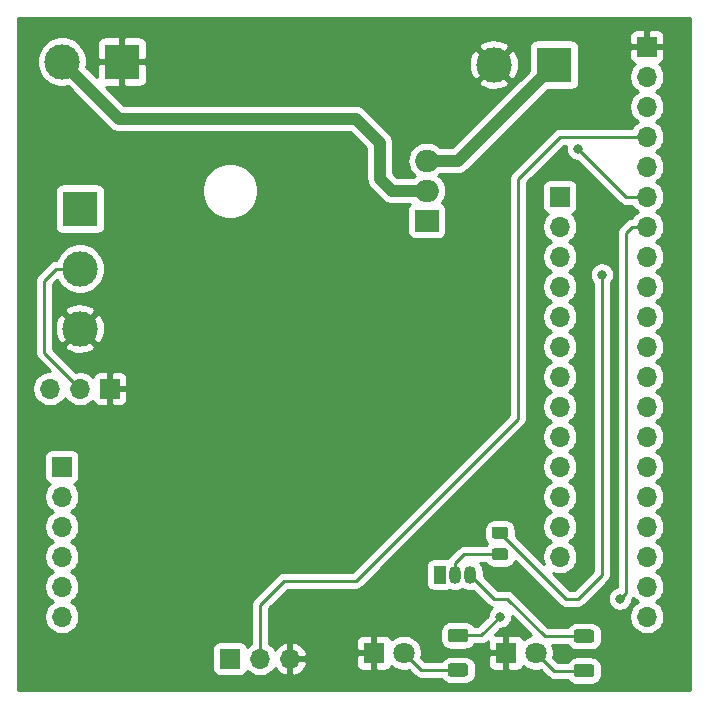
<source format=gbr>
%TF.GenerationSoftware,KiCad,Pcbnew,(5.1.10)-1*%
%TF.CreationDate,2021-08-05T17:27:16+03:00*%
%TF.ProjectId,YevgeniK,59657667-656e-4694-9b2e-6b696361645f,rev?*%
%TF.SameCoordinates,Original*%
%TF.FileFunction,Copper,L2,Bot*%
%TF.FilePolarity,Positive*%
%FSLAX46Y46*%
G04 Gerber Fmt 4.6, Leading zero omitted, Abs format (unit mm)*
G04 Created by KiCad (PCBNEW (5.1.10)-1) date 2021-08-05 17:27:16*
%MOMM*%
%LPD*%
G01*
G04 APERTURE LIST*
%TA.AperFunction,ComponentPad*%
%ADD10C,3.000000*%
%TD*%
%TA.AperFunction,ComponentPad*%
%ADD11R,3.000000X3.000000*%
%TD*%
%TA.AperFunction,ComponentPad*%
%ADD12O,2.000000X1.905000*%
%TD*%
%TA.AperFunction,ComponentPad*%
%ADD13R,2.000000X1.905000*%
%TD*%
%TA.AperFunction,ComponentPad*%
%ADD14R,1.050000X1.500000*%
%TD*%
%TA.AperFunction,ComponentPad*%
%ADD15O,1.050000X1.500000*%
%TD*%
%TA.AperFunction,ComponentPad*%
%ADD16O,1.700000X1.700000*%
%TD*%
%TA.AperFunction,ComponentPad*%
%ADD17R,1.700000X1.700000*%
%TD*%
%TA.AperFunction,ComponentPad*%
%ADD18C,1.800000*%
%TD*%
%TA.AperFunction,ComponentPad*%
%ADD19R,1.800000X1.800000*%
%TD*%
%TA.AperFunction,ViaPad*%
%ADD20C,0.800000*%
%TD*%
%TA.AperFunction,Conductor*%
%ADD21C,0.250000*%
%TD*%
%TA.AperFunction,Conductor*%
%ADD22C,1.000000*%
%TD*%
%TA.AperFunction,Conductor*%
%ADD23C,0.254000*%
%TD*%
%TA.AperFunction,Conductor*%
%ADD24C,0.100000*%
%TD*%
G04 APERTURE END LIST*
D10*
%TO.P,J6,3*%
%TO.N,GND*%
X143764000Y-100076000D03*
%TO.P,J6,2*%
%TO.N,/D3*%
X143764000Y-94996000D03*
D11*
%TO.P,J6,1*%
%TO.N,+5V*%
X143764000Y-89916000D03*
%TD*%
D10*
%TO.P,J3,2*%
%TO.N,GND*%
X178816000Y-77724000D03*
D11*
%TO.P,J3,1*%
%TO.N,Net-(J3-Pad1)*%
X183896000Y-77724000D03*
%TD*%
%TO.P,R3,2*%
%TO.N,Net-(Q1-Pad2)*%
%TA.AperFunction,SMDPad,CuDef*%
G36*
G01*
X178873999Y-118660500D02*
X179774001Y-118660500D01*
G75*
G02*
X180024000Y-118910499I0J-249999D01*
G01*
X180024000Y-119435501D01*
G75*
G02*
X179774001Y-119685500I-249999J0D01*
G01*
X178873999Y-119685500D01*
G75*
G02*
X178624000Y-119435501I0J249999D01*
G01*
X178624000Y-118910499D01*
G75*
G02*
X178873999Y-118660500I249999J0D01*
G01*
G37*
%TD.AperFunction*%
%TO.P,R3,1*%
%TO.N,/D6*%
%TA.AperFunction,SMDPad,CuDef*%
G36*
G01*
X178873999Y-116835500D02*
X179774001Y-116835500D01*
G75*
G02*
X180024000Y-117085499I0J-249999D01*
G01*
X180024000Y-117610501D01*
G75*
G02*
X179774001Y-117860500I-249999J0D01*
G01*
X178873999Y-117860500D01*
G75*
G02*
X178624000Y-117610501I0J249999D01*
G01*
X178624000Y-117085499D01*
G75*
G02*
X178873999Y-116835500I249999J0D01*
G01*
G37*
%TD.AperFunction*%
%TD*%
%TO.P,R2,2*%
%TO.N,Net-(D2-Pad2)*%
%TA.AperFunction,SMDPad,CuDef*%
G36*
G01*
X185810999Y-128469500D02*
X187061001Y-128469500D01*
G75*
G02*
X187311000Y-128719499I0J-249999D01*
G01*
X187311000Y-129344501D01*
G75*
G02*
X187061001Y-129594500I-249999J0D01*
G01*
X185810999Y-129594500D01*
G75*
G02*
X185561000Y-129344501I0J249999D01*
G01*
X185561000Y-128719499D01*
G75*
G02*
X185810999Y-128469500I249999J0D01*
G01*
G37*
%TD.AperFunction*%
%TO.P,R2,1*%
%TO.N,Net-(Q1-Pad3)*%
%TA.AperFunction,SMDPad,CuDef*%
G36*
G01*
X185810999Y-125544500D02*
X187061001Y-125544500D01*
G75*
G02*
X187311000Y-125794499I0J-249999D01*
G01*
X187311000Y-126419501D01*
G75*
G02*
X187061001Y-126669500I-249999J0D01*
G01*
X185810999Y-126669500D01*
G75*
G02*
X185561000Y-126419501I0J249999D01*
G01*
X185561000Y-125794499D01*
G75*
G02*
X185810999Y-125544500I249999J0D01*
G01*
G37*
%TD.AperFunction*%
%TD*%
%TO.P,R1,2*%
%TO.N,Net-(D1-Pad2)*%
%TA.AperFunction,SMDPad,CuDef*%
G36*
G01*
X175142999Y-128408000D02*
X176393001Y-128408000D01*
G75*
G02*
X176643000Y-128657999I0J-249999D01*
G01*
X176643000Y-129283001D01*
G75*
G02*
X176393001Y-129533000I-249999J0D01*
G01*
X175142999Y-129533000D01*
G75*
G02*
X174893000Y-129283001I0J249999D01*
G01*
X174893000Y-128657999D01*
G75*
G02*
X175142999Y-128408000I249999J0D01*
G01*
G37*
%TD.AperFunction*%
%TO.P,R1,1*%
%TO.N,/D5*%
%TA.AperFunction,SMDPad,CuDef*%
G36*
G01*
X175142999Y-125483000D02*
X176393001Y-125483000D01*
G75*
G02*
X176643000Y-125732999I0J-249999D01*
G01*
X176643000Y-126358001D01*
G75*
G02*
X176393001Y-126608000I-249999J0D01*
G01*
X175142999Y-126608000D01*
G75*
G02*
X174893000Y-126358001I0J249999D01*
G01*
X174893000Y-125732999D01*
G75*
G02*
X175142999Y-125483000I249999J0D01*
G01*
G37*
%TD.AperFunction*%
%TD*%
D12*
%TO.P,Q2,3*%
%TO.N,Net-(J3-Pad1)*%
X173124000Y-85852000D03*
%TO.P,Q2,2*%
%TO.N,VS*%
X173124000Y-88392000D03*
D13*
%TO.P,Q2,1*%
%TO.N,/D4*%
X173124000Y-90932000D03*
%TD*%
D14*
%TO.P,Q1,1*%
%TO.N,+5V*%
X174244000Y-120904000D03*
D15*
%TO.P,Q1,3*%
%TO.N,Net-(Q1-Pad3)*%
X176784000Y-120904000D03*
%TO.P,Q1,2*%
%TO.N,Net-(Q1-Pad2)*%
X175514000Y-120904000D03*
%TD*%
D16*
%TO.P,J8,13*%
%TO.N,/A0*%
X184404000Y-119380000D03*
%TO.P,J8,12*%
%TO.N,/A1*%
X184404000Y-116840000D03*
%TO.P,J8,11*%
%TO.N,/A2*%
X184404000Y-114300000D03*
%TO.P,J8,10*%
%TO.N,/A3*%
X184404000Y-111760000D03*
%TO.P,J8,9*%
%TO.N,/A4*%
X184404000Y-109220000D03*
%TO.P,J8,8*%
%TO.N,/A5*%
X184404000Y-106680000D03*
%TO.P,J8,7*%
%TO.N,/A6*%
X184404000Y-104140000D03*
%TO.P,J8,6*%
%TO.N,/A7*%
X184404000Y-101600000D03*
%TO.P,J8,5*%
%TO.N,/D10*%
X184404000Y-99060000D03*
%TO.P,J8,4*%
%TO.N,/D9*%
X184404000Y-96520000D03*
%TO.P,J8,3*%
%TO.N,/D3*%
X184404000Y-93980000D03*
%TO.P,J8,2*%
%TO.N,/DO*%
X184404000Y-91440000D03*
D17*
%TO.P,J8,1*%
%TO.N,/D1*%
X184404000Y-88900000D03*
%TD*%
D16*
%TO.P,J7,3*%
%TO.N,GND*%
X161544000Y-128016000D03*
%TO.P,J7,2*%
%TO.N,/D2*%
X159004000Y-128016000D03*
D17*
%TO.P,J7,1*%
%TO.N,+5V*%
X156464000Y-128016000D03*
%TD*%
D16*
%TO.P,J5,3*%
%TO.N,+5V*%
X141224000Y-105156000D03*
%TO.P,J5,2*%
%TO.N,/D3*%
X143764000Y-105156000D03*
D17*
%TO.P,J5,1*%
%TO.N,GND*%
X146304000Y-105156000D03*
%TD*%
D18*
%TO.P,D2,2*%
%TO.N,Net-(D2-Pad2)*%
X182372000Y-127508000D03*
D19*
%TO.P,D2,1*%
%TO.N,GND*%
X179832000Y-127508000D03*
%TD*%
D18*
%TO.P,D1,2*%
%TO.N,Net-(D1-Pad2)*%
X171196000Y-127508000D03*
D19*
%TO.P,D1,1*%
%TO.N,GND*%
X168656000Y-127508000D03*
%TD*%
D11*
%TO.P,J1,1*%
%TO.N,GND*%
X147320000Y-77470000D03*
D10*
%TO.P,J1,2*%
%TO.N,VS*%
X142240000Y-77470000D03*
%TD*%
D17*
%TO.P,J2,1*%
%TO.N,GND*%
X191770000Y-76200000D03*
D16*
%TO.P,J2,2*%
%TO.N,/D1*%
X191770000Y-78740000D03*
%TO.P,J2,3*%
%TO.N,/DO*%
X191770000Y-81280000D03*
%TO.P,J2,4*%
%TO.N,/D2*%
X191770000Y-83820000D03*
%TO.P,J2,5*%
%TO.N,/D3*%
X191770000Y-86360000D03*
%TO.P,J2,6*%
%TO.N,/D4*%
X191770000Y-88900000D03*
%TO.P,J2,7*%
%TO.N,/D5*%
X191770000Y-91440000D03*
%TO.P,J2,8*%
%TO.N,/D6*%
X191770000Y-93980000D03*
%TO.P,J2,9*%
%TO.N,/D9*%
X191770000Y-96520000D03*
%TO.P,J2,10*%
%TO.N,/D10*%
X191770000Y-99060000D03*
%TO.P,J2,11*%
%TO.N,/A7*%
X191770000Y-101600000D03*
%TO.P,J2,12*%
%TO.N,/A6*%
X191770000Y-104140000D03*
%TO.P,J2,13*%
%TO.N,/A5*%
X191770000Y-106680000D03*
%TO.P,J2,14*%
%TO.N,/A4*%
X191770000Y-109220000D03*
%TO.P,J2,15*%
%TO.N,/A3*%
X191770000Y-111760000D03*
%TO.P,J2,16*%
%TO.N,/A2*%
X191770000Y-114300000D03*
%TO.P,J2,17*%
%TO.N,/A1*%
X191770000Y-116840000D03*
%TO.P,J2,18*%
%TO.N,/A0*%
X191770000Y-119380000D03*
%TO.P,J2,19*%
%TO.N,+5V*%
X191770000Y-121920000D03*
%TO.P,J2,20*%
%TO.N,+3V3*%
X191770000Y-124460000D03*
%TD*%
D17*
%TO.P,J4,1*%
%TO.N,Net-(J4-Pad1)*%
X142240000Y-111760000D03*
D16*
%TO.P,J4,2*%
%TO.N,Net-(J4-Pad2)*%
X142240000Y-114300000D03*
%TO.P,J4,3*%
%TO.N,Net-(J4-Pad3)*%
X142240000Y-116840000D03*
%TO.P,J4,4*%
%TO.N,Net-(J4-Pad4)*%
X142240000Y-119380000D03*
%TO.P,J4,5*%
%TO.N,Net-(J4-Pad5)*%
X142240000Y-121920000D03*
%TO.P,J4,6*%
%TO.N,Net-(J4-Pad6)*%
X142240000Y-124460000D03*
%TD*%
D20*
%TO.N,GND*%
X160528000Y-84328000D03*
X160528000Y-86360000D03*
X160528000Y-88392000D03*
X160528000Y-90424000D03*
X160528000Y-92456000D03*
X161544000Y-87376000D03*
X161544000Y-85344000D03*
X161544000Y-89408000D03*
X162560000Y-86360000D03*
X162560000Y-90424000D03*
X162560000Y-84328000D03*
X162560000Y-88392000D03*
X162560000Y-92456000D03*
X163576000Y-87376000D03*
X163576000Y-85344000D03*
X163576000Y-89408000D03*
X163576000Y-91440000D03*
X164592000Y-84328000D03*
X164592000Y-88392000D03*
X164592000Y-86360000D03*
X164592000Y-92456000D03*
X164592000Y-90424000D03*
X165608000Y-89408000D03*
X165608000Y-91440000D03*
X165608000Y-87376000D03*
X165608000Y-85344000D03*
X166624000Y-92456000D03*
X166624000Y-86360000D03*
X166624000Y-90424000D03*
X166624000Y-88392000D03*
X166624000Y-84328000D03*
X161544000Y-91440000D03*
%TO.N,/D4*%
X185928000Y-84836000D03*
%TO.N,/D5*%
X179324000Y-124460000D03*
X189484000Y-122936000D03*
%TO.N,/D6*%
X187960000Y-95504000D03*
%TD*%
D21*
%TO.N,/D2*%
X159004000Y-128016000D02*
X159004000Y-123444000D01*
X159004000Y-123444000D02*
X161036000Y-121412000D01*
X161036000Y-121412000D02*
X167132000Y-121412000D01*
X167132000Y-121412000D02*
X180848000Y-107696000D01*
X180848000Y-107696000D02*
X180848000Y-87376000D01*
X184404000Y-83820000D02*
X191770000Y-83820000D01*
X180848000Y-87376000D02*
X184404000Y-83820000D01*
%TO.N,/D3*%
X141732000Y-94996000D02*
X143764000Y-94996000D01*
X140716000Y-96012000D02*
X141732000Y-94996000D01*
X140716000Y-102108000D02*
X140716000Y-96012000D01*
X143764000Y-105156000D02*
X140716000Y-102108000D01*
%TO.N,/D4*%
X189992000Y-88900000D02*
X191770000Y-88900000D01*
X185928000Y-84836000D02*
X189992000Y-88900000D01*
%TO.N,/D5*%
X175768000Y-126045500D02*
X177738500Y-126045500D01*
X177738500Y-126045500D02*
X179324000Y-124460000D01*
X189484000Y-122936000D02*
X189992000Y-122428000D01*
X189992000Y-122428000D02*
X189992000Y-91948000D01*
X190500000Y-91440000D02*
X191770000Y-91440000D01*
X189992000Y-91948000D02*
X190500000Y-91440000D01*
%TO.N,/D6*%
X179324000Y-117348000D02*
X184912000Y-122936000D01*
X184912000Y-122936000D02*
X185928000Y-122936000D01*
X187960000Y-120904000D02*
X187960000Y-95504000D01*
X185928000Y-122936000D02*
X187960000Y-120904000D01*
D22*
%TO.N,VS*%
X169164000Y-87376000D02*
X170180000Y-88392000D01*
X169164000Y-84328000D02*
X169164000Y-87376000D01*
X167132000Y-82296000D02*
X169164000Y-84328000D01*
X147066000Y-82296000D02*
X167132000Y-82296000D01*
X170180000Y-88392000D02*
X173124000Y-88392000D01*
X142240000Y-77470000D02*
X147066000Y-82296000D01*
D21*
%TO.N,Net-(D1-Pad2)*%
X172658500Y-128970500D02*
X171196000Y-127508000D01*
X175768000Y-128970500D02*
X172658500Y-128970500D01*
%TO.N,Net-(D2-Pad2)*%
X183896000Y-129032000D02*
X182372000Y-127508000D01*
X186436000Y-129032000D02*
X183896000Y-129032000D01*
D22*
%TO.N,Net-(J3-Pad1)*%
X175768000Y-85852000D02*
X183896000Y-77724000D01*
X173124000Y-85852000D02*
X175768000Y-85852000D01*
D21*
%TO.N,Net-(Q1-Pad3)*%
X183104810Y-126107000D02*
X179933810Y-122936000D01*
X186436000Y-126107000D02*
X183104810Y-126107000D01*
X178816000Y-122936000D02*
X176784000Y-120904000D01*
X179933810Y-122936000D02*
X178816000Y-122936000D01*
%TO.N,Net-(Q1-Pad2)*%
X176245000Y-119173000D02*
X179324000Y-119173000D01*
X175514000Y-119904000D02*
X176245000Y-119173000D01*
X175514000Y-120904000D02*
X175514000Y-119904000D01*
%TD*%
D23*
%TO.N,GND*%
X195453000Y-130683000D02*
X138557000Y-130683000D01*
X138557000Y-127166000D01*
X154975928Y-127166000D01*
X154975928Y-128866000D01*
X154988188Y-128990482D01*
X155024498Y-129110180D01*
X155083463Y-129220494D01*
X155162815Y-129317185D01*
X155259506Y-129396537D01*
X155369820Y-129455502D01*
X155489518Y-129491812D01*
X155614000Y-129504072D01*
X157314000Y-129504072D01*
X157438482Y-129491812D01*
X157558180Y-129455502D01*
X157668494Y-129396537D01*
X157765185Y-129317185D01*
X157844537Y-129220494D01*
X157903502Y-129110180D01*
X157925513Y-129037620D01*
X158057368Y-129169475D01*
X158300589Y-129331990D01*
X158570842Y-129443932D01*
X158857740Y-129501000D01*
X159150260Y-129501000D01*
X159437158Y-129443932D01*
X159707411Y-129331990D01*
X159950632Y-129169475D01*
X160157475Y-128962632D01*
X160279195Y-128780466D01*
X160348822Y-128897355D01*
X160543731Y-129113588D01*
X160777080Y-129287641D01*
X161039901Y-129412825D01*
X161187110Y-129457476D01*
X161417000Y-129336155D01*
X161417000Y-128143000D01*
X161671000Y-128143000D01*
X161671000Y-129336155D01*
X161900890Y-129457476D01*
X162048099Y-129412825D01*
X162310920Y-129287641D01*
X162544269Y-129113588D01*
X162739178Y-128897355D01*
X162888157Y-128647252D01*
X162973026Y-128408000D01*
X167117928Y-128408000D01*
X167130188Y-128532482D01*
X167166498Y-128652180D01*
X167225463Y-128762494D01*
X167304815Y-128859185D01*
X167401506Y-128938537D01*
X167511820Y-128997502D01*
X167631518Y-129033812D01*
X167756000Y-129046072D01*
X168370250Y-129043000D01*
X168529000Y-128884250D01*
X168529000Y-127635000D01*
X167279750Y-127635000D01*
X167121000Y-127793750D01*
X167117928Y-128408000D01*
X162973026Y-128408000D01*
X162985481Y-128372891D01*
X162864814Y-128143000D01*
X161671000Y-128143000D01*
X161417000Y-128143000D01*
X161397000Y-128143000D01*
X161397000Y-127889000D01*
X161417000Y-127889000D01*
X161417000Y-126695845D01*
X161671000Y-126695845D01*
X161671000Y-127889000D01*
X162864814Y-127889000D01*
X162985481Y-127659109D01*
X162888157Y-127384748D01*
X162739178Y-127134645D01*
X162544269Y-126918412D01*
X162310920Y-126744359D01*
X162048099Y-126619175D01*
X162011257Y-126608000D01*
X167117928Y-126608000D01*
X167121000Y-127222250D01*
X167279750Y-127381000D01*
X168529000Y-127381000D01*
X168529000Y-126131750D01*
X168783000Y-126131750D01*
X168783000Y-127381000D01*
X168803000Y-127381000D01*
X168803000Y-127635000D01*
X168783000Y-127635000D01*
X168783000Y-128884250D01*
X168941750Y-129043000D01*
X169556000Y-129046072D01*
X169680482Y-129033812D01*
X169800180Y-128997502D01*
X169910494Y-128938537D01*
X170007185Y-128859185D01*
X170086537Y-128762494D01*
X170145502Y-128652180D01*
X170151056Y-128633873D01*
X170217495Y-128700312D01*
X170468905Y-128868299D01*
X170748257Y-128984011D01*
X171044816Y-129043000D01*
X171347184Y-129043000D01*
X171604930Y-128991731D01*
X172094701Y-129481503D01*
X172118499Y-129510501D01*
X172234224Y-129605474D01*
X172366253Y-129676046D01*
X172509514Y-129719503D01*
X172621167Y-129730500D01*
X172621176Y-129730500D01*
X172658499Y-129734176D01*
X172695822Y-129730500D01*
X174380068Y-129730500D01*
X174404595Y-129776387D01*
X174515038Y-129910962D01*
X174649613Y-130021405D01*
X174803149Y-130103472D01*
X174969745Y-130154008D01*
X175142999Y-130171072D01*
X176393001Y-130171072D01*
X176566255Y-130154008D01*
X176732851Y-130103472D01*
X176886387Y-130021405D01*
X177020962Y-129910962D01*
X177131405Y-129776387D01*
X177213472Y-129622851D01*
X177264008Y-129456255D01*
X177281072Y-129283001D01*
X177281072Y-128657999D01*
X177264008Y-128484745D01*
X177240728Y-128408000D01*
X178293928Y-128408000D01*
X178306188Y-128532482D01*
X178342498Y-128652180D01*
X178401463Y-128762494D01*
X178480815Y-128859185D01*
X178577506Y-128938537D01*
X178687820Y-128997502D01*
X178807518Y-129033812D01*
X178932000Y-129046072D01*
X179546250Y-129043000D01*
X179705000Y-128884250D01*
X179705000Y-127635000D01*
X178455750Y-127635000D01*
X178297000Y-127793750D01*
X178293928Y-128408000D01*
X177240728Y-128408000D01*
X177213472Y-128318149D01*
X177131405Y-128164613D01*
X177020962Y-128030038D01*
X176886387Y-127919595D01*
X176732851Y-127837528D01*
X176566255Y-127786992D01*
X176393001Y-127769928D01*
X175142999Y-127769928D01*
X174969745Y-127786992D01*
X174803149Y-127837528D01*
X174649613Y-127919595D01*
X174515038Y-128030038D01*
X174404595Y-128164613D01*
X174380068Y-128210500D01*
X172973302Y-128210500D01*
X172679731Y-127916930D01*
X172731000Y-127659184D01*
X172731000Y-127356816D01*
X172672011Y-127060257D01*
X172556299Y-126780905D01*
X172388312Y-126529495D01*
X172174505Y-126315688D01*
X171923095Y-126147701D01*
X171643743Y-126031989D01*
X171347184Y-125973000D01*
X171044816Y-125973000D01*
X170748257Y-126031989D01*
X170468905Y-126147701D01*
X170217495Y-126315688D01*
X170151056Y-126382127D01*
X170145502Y-126363820D01*
X170086537Y-126253506D01*
X170007185Y-126156815D01*
X169910494Y-126077463D01*
X169800180Y-126018498D01*
X169680482Y-125982188D01*
X169556000Y-125969928D01*
X168941750Y-125973000D01*
X168783000Y-126131750D01*
X168529000Y-126131750D01*
X168370250Y-125973000D01*
X167756000Y-125969928D01*
X167631518Y-125982188D01*
X167511820Y-126018498D01*
X167401506Y-126077463D01*
X167304815Y-126156815D01*
X167225463Y-126253506D01*
X167166498Y-126363820D01*
X167130188Y-126483518D01*
X167117928Y-126608000D01*
X162011257Y-126608000D01*
X161900890Y-126574524D01*
X161671000Y-126695845D01*
X161417000Y-126695845D01*
X161187110Y-126574524D01*
X161039901Y-126619175D01*
X160777080Y-126744359D01*
X160543731Y-126918412D01*
X160348822Y-127134645D01*
X160279195Y-127251534D01*
X160157475Y-127069368D01*
X159950632Y-126862525D01*
X159764000Y-126737822D01*
X159764000Y-123758801D01*
X161350802Y-122172000D01*
X167094678Y-122172000D01*
X167132000Y-122175676D01*
X167169322Y-122172000D01*
X167169333Y-122172000D01*
X167280986Y-122161003D01*
X167424247Y-122117546D01*
X167556276Y-122046974D01*
X167672001Y-121952001D01*
X167695804Y-121922997D01*
X169464801Y-120154000D01*
X173080928Y-120154000D01*
X173080928Y-121654000D01*
X173093188Y-121778482D01*
X173129498Y-121898180D01*
X173188463Y-122008494D01*
X173267815Y-122105185D01*
X173364506Y-122184537D01*
X173474820Y-122243502D01*
X173594518Y-122279812D01*
X173719000Y-122292072D01*
X174769000Y-122292072D01*
X174893482Y-122279812D01*
X175013180Y-122243502D01*
X175077902Y-122208907D01*
X175286601Y-122272215D01*
X175514000Y-122294612D01*
X175741400Y-122272215D01*
X175960060Y-122205885D01*
X176149000Y-122104894D01*
X176337941Y-122205885D01*
X176556601Y-122272215D01*
X176784000Y-122294612D01*
X177011400Y-122272215D01*
X177062049Y-122256851D01*
X178252200Y-123447002D01*
X178275999Y-123476001D01*
X178304997Y-123499799D01*
X178391723Y-123570974D01*
X178523751Y-123641545D01*
X178523753Y-123641546D01*
X178642670Y-123677619D01*
X178520063Y-123800226D01*
X178406795Y-123969744D01*
X178328774Y-124158102D01*
X178289000Y-124358061D01*
X178289000Y-124420198D01*
X177423699Y-125285500D01*
X177155932Y-125285500D01*
X177131405Y-125239613D01*
X177020962Y-125105038D01*
X176886387Y-124994595D01*
X176732851Y-124912528D01*
X176566255Y-124861992D01*
X176393001Y-124844928D01*
X175142999Y-124844928D01*
X174969745Y-124861992D01*
X174803149Y-124912528D01*
X174649613Y-124994595D01*
X174515038Y-125105038D01*
X174404595Y-125239613D01*
X174322528Y-125393149D01*
X174271992Y-125559745D01*
X174254928Y-125732999D01*
X174254928Y-126358001D01*
X174271992Y-126531255D01*
X174322528Y-126697851D01*
X174404595Y-126851387D01*
X174515038Y-126985962D01*
X174649613Y-127096405D01*
X174803149Y-127178472D01*
X174969745Y-127229008D01*
X175142999Y-127246072D01*
X176393001Y-127246072D01*
X176566255Y-127229008D01*
X176732851Y-127178472D01*
X176886387Y-127096405D01*
X177020962Y-126985962D01*
X177131405Y-126851387D01*
X177155932Y-126805500D01*
X177701178Y-126805500D01*
X177738500Y-126809176D01*
X177775822Y-126805500D01*
X177775833Y-126805500D01*
X177887486Y-126794503D01*
X178030747Y-126751046D01*
X178162776Y-126680474D01*
X178278501Y-126585501D01*
X178298550Y-126561071D01*
X178293928Y-126608000D01*
X178297000Y-127222250D01*
X178455750Y-127381000D01*
X179705000Y-127381000D01*
X179705000Y-126131750D01*
X179546250Y-125973000D01*
X178932000Y-125969928D01*
X178884162Y-125974639D01*
X179363802Y-125495000D01*
X179425939Y-125495000D01*
X179625898Y-125455226D01*
X179814256Y-125377205D01*
X179983774Y-125263937D01*
X180127937Y-125119774D01*
X180241205Y-124950256D01*
X180319226Y-124761898D01*
X180359000Y-124561939D01*
X180359000Y-124435991D01*
X181949897Y-126026889D01*
X181924257Y-126031989D01*
X181644905Y-126147701D01*
X181393495Y-126315688D01*
X181327056Y-126382127D01*
X181321502Y-126363820D01*
X181262537Y-126253506D01*
X181183185Y-126156815D01*
X181086494Y-126077463D01*
X180976180Y-126018498D01*
X180856482Y-125982188D01*
X180732000Y-125969928D01*
X180117750Y-125973000D01*
X179959000Y-126131750D01*
X179959000Y-127381000D01*
X179979000Y-127381000D01*
X179979000Y-127635000D01*
X179959000Y-127635000D01*
X179959000Y-128884250D01*
X180117750Y-129043000D01*
X180732000Y-129046072D01*
X180856482Y-129033812D01*
X180976180Y-128997502D01*
X181086494Y-128938537D01*
X181183185Y-128859185D01*
X181262537Y-128762494D01*
X181321502Y-128652180D01*
X181327056Y-128633873D01*
X181393495Y-128700312D01*
X181644905Y-128868299D01*
X181924257Y-128984011D01*
X182220816Y-129043000D01*
X182523184Y-129043000D01*
X182780929Y-128991731D01*
X183332205Y-129543008D01*
X183355999Y-129572001D01*
X183384992Y-129595795D01*
X183384996Y-129595799D01*
X183455685Y-129653811D01*
X183471724Y-129666974D01*
X183603753Y-129737546D01*
X183747014Y-129781003D01*
X183858667Y-129792000D01*
X183858676Y-129792000D01*
X183895999Y-129795676D01*
X183933322Y-129792000D01*
X185048068Y-129792000D01*
X185072595Y-129837887D01*
X185183038Y-129972462D01*
X185317613Y-130082905D01*
X185471149Y-130164972D01*
X185637745Y-130215508D01*
X185810999Y-130232572D01*
X187061001Y-130232572D01*
X187234255Y-130215508D01*
X187400851Y-130164972D01*
X187554387Y-130082905D01*
X187688962Y-129972462D01*
X187799405Y-129837887D01*
X187881472Y-129684351D01*
X187932008Y-129517755D01*
X187949072Y-129344501D01*
X187949072Y-128719499D01*
X187932008Y-128546245D01*
X187881472Y-128379649D01*
X187799405Y-128226113D01*
X187688962Y-128091538D01*
X187554387Y-127981095D01*
X187400851Y-127899028D01*
X187234255Y-127848492D01*
X187061001Y-127831428D01*
X185810999Y-127831428D01*
X185637745Y-127848492D01*
X185471149Y-127899028D01*
X185317613Y-127981095D01*
X185183038Y-128091538D01*
X185072595Y-128226113D01*
X185048068Y-128272000D01*
X184210803Y-128272000D01*
X183855731Y-127916929D01*
X183907000Y-127659184D01*
X183907000Y-127356816D01*
X183848011Y-127060257D01*
X183767961Y-126867000D01*
X185048068Y-126867000D01*
X185072595Y-126912887D01*
X185183038Y-127047462D01*
X185317613Y-127157905D01*
X185471149Y-127239972D01*
X185637745Y-127290508D01*
X185810999Y-127307572D01*
X187061001Y-127307572D01*
X187234255Y-127290508D01*
X187400851Y-127239972D01*
X187554387Y-127157905D01*
X187688962Y-127047462D01*
X187799405Y-126912887D01*
X187881472Y-126759351D01*
X187932008Y-126592755D01*
X187949072Y-126419501D01*
X187949072Y-125794499D01*
X187932008Y-125621245D01*
X187881472Y-125454649D01*
X187799405Y-125301113D01*
X187688962Y-125166538D01*
X187554387Y-125056095D01*
X187400851Y-124974028D01*
X187234255Y-124923492D01*
X187061001Y-124906428D01*
X185810999Y-124906428D01*
X185637745Y-124923492D01*
X185471149Y-124974028D01*
X185317613Y-125056095D01*
X185183038Y-125166538D01*
X185072595Y-125301113D01*
X185048068Y-125347000D01*
X183419612Y-125347000D01*
X180497614Y-122425003D01*
X180473811Y-122395999D01*
X180358086Y-122301026D01*
X180226057Y-122230454D01*
X180082796Y-122186997D01*
X179971143Y-122176000D01*
X179971132Y-122176000D01*
X179933810Y-122172324D01*
X179896488Y-122176000D01*
X179130802Y-122176000D01*
X177944000Y-120989199D01*
X177944000Y-120622021D01*
X177927215Y-120451600D01*
X177860885Y-120232940D01*
X177753171Y-120031421D01*
X177672399Y-119933000D01*
X178138970Y-119933000D01*
X178246038Y-120063462D01*
X178380613Y-120173905D01*
X178534149Y-120255972D01*
X178700745Y-120306508D01*
X178873999Y-120323572D01*
X179774001Y-120323572D01*
X179947255Y-120306508D01*
X180113851Y-120255972D01*
X180267387Y-120173905D01*
X180401962Y-120063462D01*
X180512405Y-119928887D01*
X180594472Y-119775351D01*
X180613575Y-119712377D01*
X184348205Y-123447008D01*
X184371999Y-123476001D01*
X184400992Y-123499795D01*
X184400996Y-123499799D01*
X184453388Y-123542795D01*
X184487724Y-123570974D01*
X184619753Y-123641546D01*
X184763014Y-123685003D01*
X184874667Y-123696000D01*
X184874676Y-123696000D01*
X184911999Y-123699676D01*
X184949322Y-123696000D01*
X185890678Y-123696000D01*
X185928000Y-123699676D01*
X185965322Y-123696000D01*
X185965333Y-123696000D01*
X186076986Y-123685003D01*
X186220247Y-123641546D01*
X186352276Y-123570974D01*
X186468001Y-123476001D01*
X186491804Y-123446997D01*
X188471004Y-121467798D01*
X188500001Y-121444001D01*
X188526332Y-121411917D01*
X188594974Y-121328277D01*
X188665546Y-121196247D01*
X188688749Y-121119754D01*
X188709003Y-121052986D01*
X188720000Y-120941333D01*
X188720000Y-120941323D01*
X188723676Y-120904000D01*
X188720000Y-120866677D01*
X188720000Y-96207711D01*
X188763937Y-96163774D01*
X188877205Y-95994256D01*
X188955226Y-95805898D01*
X188995000Y-95605939D01*
X188995000Y-95402061D01*
X188955226Y-95202102D01*
X188877205Y-95013744D01*
X188763937Y-94844226D01*
X188619774Y-94700063D01*
X188450256Y-94586795D01*
X188261898Y-94508774D01*
X188061939Y-94469000D01*
X187858061Y-94469000D01*
X187658102Y-94508774D01*
X187469744Y-94586795D01*
X187300226Y-94700063D01*
X187156063Y-94844226D01*
X187042795Y-95013744D01*
X186964774Y-95202102D01*
X186925000Y-95402061D01*
X186925000Y-95605939D01*
X186964774Y-95805898D01*
X187042795Y-95994256D01*
X187156063Y-96163774D01*
X187200001Y-96207712D01*
X187200000Y-120589198D01*
X185613199Y-122176000D01*
X185226803Y-122176000D01*
X183779463Y-120728661D01*
X183970842Y-120807932D01*
X184257740Y-120865000D01*
X184550260Y-120865000D01*
X184837158Y-120807932D01*
X185107411Y-120695990D01*
X185350632Y-120533475D01*
X185557475Y-120326632D01*
X185719990Y-120083411D01*
X185831932Y-119813158D01*
X185889000Y-119526260D01*
X185889000Y-119233740D01*
X185831932Y-118946842D01*
X185719990Y-118676589D01*
X185557475Y-118433368D01*
X185350632Y-118226525D01*
X185176240Y-118110000D01*
X185350632Y-117993475D01*
X185557475Y-117786632D01*
X185719990Y-117543411D01*
X185831932Y-117273158D01*
X185889000Y-116986260D01*
X185889000Y-116693740D01*
X185831932Y-116406842D01*
X185719990Y-116136589D01*
X185557475Y-115893368D01*
X185350632Y-115686525D01*
X185176240Y-115570000D01*
X185350632Y-115453475D01*
X185557475Y-115246632D01*
X185719990Y-115003411D01*
X185831932Y-114733158D01*
X185889000Y-114446260D01*
X185889000Y-114153740D01*
X185831932Y-113866842D01*
X185719990Y-113596589D01*
X185557475Y-113353368D01*
X185350632Y-113146525D01*
X185176240Y-113030000D01*
X185350632Y-112913475D01*
X185557475Y-112706632D01*
X185719990Y-112463411D01*
X185831932Y-112193158D01*
X185889000Y-111906260D01*
X185889000Y-111613740D01*
X185831932Y-111326842D01*
X185719990Y-111056589D01*
X185557475Y-110813368D01*
X185350632Y-110606525D01*
X185176240Y-110490000D01*
X185350632Y-110373475D01*
X185557475Y-110166632D01*
X185719990Y-109923411D01*
X185831932Y-109653158D01*
X185889000Y-109366260D01*
X185889000Y-109073740D01*
X185831932Y-108786842D01*
X185719990Y-108516589D01*
X185557475Y-108273368D01*
X185350632Y-108066525D01*
X185176240Y-107950000D01*
X185350632Y-107833475D01*
X185557475Y-107626632D01*
X185719990Y-107383411D01*
X185831932Y-107113158D01*
X185889000Y-106826260D01*
X185889000Y-106533740D01*
X185831932Y-106246842D01*
X185719990Y-105976589D01*
X185557475Y-105733368D01*
X185350632Y-105526525D01*
X185176240Y-105410000D01*
X185350632Y-105293475D01*
X185557475Y-105086632D01*
X185719990Y-104843411D01*
X185831932Y-104573158D01*
X185889000Y-104286260D01*
X185889000Y-103993740D01*
X185831932Y-103706842D01*
X185719990Y-103436589D01*
X185557475Y-103193368D01*
X185350632Y-102986525D01*
X185176240Y-102870000D01*
X185350632Y-102753475D01*
X185557475Y-102546632D01*
X185719990Y-102303411D01*
X185831932Y-102033158D01*
X185889000Y-101746260D01*
X185889000Y-101453740D01*
X185831932Y-101166842D01*
X185719990Y-100896589D01*
X185557475Y-100653368D01*
X185350632Y-100446525D01*
X185176240Y-100330000D01*
X185350632Y-100213475D01*
X185557475Y-100006632D01*
X185719990Y-99763411D01*
X185831932Y-99493158D01*
X185889000Y-99206260D01*
X185889000Y-98913740D01*
X185831932Y-98626842D01*
X185719990Y-98356589D01*
X185557475Y-98113368D01*
X185350632Y-97906525D01*
X185176240Y-97790000D01*
X185350632Y-97673475D01*
X185557475Y-97466632D01*
X185719990Y-97223411D01*
X185831932Y-96953158D01*
X185889000Y-96666260D01*
X185889000Y-96373740D01*
X185831932Y-96086842D01*
X185719990Y-95816589D01*
X185557475Y-95573368D01*
X185350632Y-95366525D01*
X185176240Y-95250000D01*
X185350632Y-95133475D01*
X185557475Y-94926632D01*
X185719990Y-94683411D01*
X185831932Y-94413158D01*
X185889000Y-94126260D01*
X185889000Y-93833740D01*
X185831932Y-93546842D01*
X185719990Y-93276589D01*
X185557475Y-93033368D01*
X185350632Y-92826525D01*
X185176240Y-92710000D01*
X185350632Y-92593475D01*
X185557475Y-92386632D01*
X185719990Y-92143411D01*
X185831932Y-91873158D01*
X185889000Y-91586260D01*
X185889000Y-91293740D01*
X185831932Y-91006842D01*
X185719990Y-90736589D01*
X185557475Y-90493368D01*
X185425620Y-90361513D01*
X185498180Y-90339502D01*
X185608494Y-90280537D01*
X185705185Y-90201185D01*
X185784537Y-90104494D01*
X185843502Y-89994180D01*
X185879812Y-89874482D01*
X185892072Y-89750000D01*
X185892072Y-88050000D01*
X185879812Y-87925518D01*
X185843502Y-87805820D01*
X185784537Y-87695506D01*
X185705185Y-87598815D01*
X185608494Y-87519463D01*
X185498180Y-87460498D01*
X185378482Y-87424188D01*
X185254000Y-87411928D01*
X183554000Y-87411928D01*
X183429518Y-87424188D01*
X183309820Y-87460498D01*
X183199506Y-87519463D01*
X183102815Y-87598815D01*
X183023463Y-87695506D01*
X182964498Y-87805820D01*
X182928188Y-87925518D01*
X182915928Y-88050000D01*
X182915928Y-89750000D01*
X182928188Y-89874482D01*
X182964498Y-89994180D01*
X183023463Y-90104494D01*
X183102815Y-90201185D01*
X183199506Y-90280537D01*
X183309820Y-90339502D01*
X183382380Y-90361513D01*
X183250525Y-90493368D01*
X183088010Y-90736589D01*
X182976068Y-91006842D01*
X182919000Y-91293740D01*
X182919000Y-91586260D01*
X182976068Y-91873158D01*
X183088010Y-92143411D01*
X183250525Y-92386632D01*
X183457368Y-92593475D01*
X183631760Y-92710000D01*
X183457368Y-92826525D01*
X183250525Y-93033368D01*
X183088010Y-93276589D01*
X182976068Y-93546842D01*
X182919000Y-93833740D01*
X182919000Y-94126260D01*
X182976068Y-94413158D01*
X183088010Y-94683411D01*
X183250525Y-94926632D01*
X183457368Y-95133475D01*
X183631760Y-95250000D01*
X183457368Y-95366525D01*
X183250525Y-95573368D01*
X183088010Y-95816589D01*
X182976068Y-96086842D01*
X182919000Y-96373740D01*
X182919000Y-96666260D01*
X182976068Y-96953158D01*
X183088010Y-97223411D01*
X183250525Y-97466632D01*
X183457368Y-97673475D01*
X183631760Y-97790000D01*
X183457368Y-97906525D01*
X183250525Y-98113368D01*
X183088010Y-98356589D01*
X182976068Y-98626842D01*
X182919000Y-98913740D01*
X182919000Y-99206260D01*
X182976068Y-99493158D01*
X183088010Y-99763411D01*
X183250525Y-100006632D01*
X183457368Y-100213475D01*
X183631760Y-100330000D01*
X183457368Y-100446525D01*
X183250525Y-100653368D01*
X183088010Y-100896589D01*
X182976068Y-101166842D01*
X182919000Y-101453740D01*
X182919000Y-101746260D01*
X182976068Y-102033158D01*
X183088010Y-102303411D01*
X183250525Y-102546632D01*
X183457368Y-102753475D01*
X183631760Y-102870000D01*
X183457368Y-102986525D01*
X183250525Y-103193368D01*
X183088010Y-103436589D01*
X182976068Y-103706842D01*
X182919000Y-103993740D01*
X182919000Y-104286260D01*
X182976068Y-104573158D01*
X183088010Y-104843411D01*
X183250525Y-105086632D01*
X183457368Y-105293475D01*
X183631760Y-105410000D01*
X183457368Y-105526525D01*
X183250525Y-105733368D01*
X183088010Y-105976589D01*
X182976068Y-106246842D01*
X182919000Y-106533740D01*
X182919000Y-106826260D01*
X182976068Y-107113158D01*
X183088010Y-107383411D01*
X183250525Y-107626632D01*
X183457368Y-107833475D01*
X183631760Y-107950000D01*
X183457368Y-108066525D01*
X183250525Y-108273368D01*
X183088010Y-108516589D01*
X182976068Y-108786842D01*
X182919000Y-109073740D01*
X182919000Y-109366260D01*
X182976068Y-109653158D01*
X183088010Y-109923411D01*
X183250525Y-110166632D01*
X183457368Y-110373475D01*
X183631760Y-110490000D01*
X183457368Y-110606525D01*
X183250525Y-110813368D01*
X183088010Y-111056589D01*
X182976068Y-111326842D01*
X182919000Y-111613740D01*
X182919000Y-111906260D01*
X182976068Y-112193158D01*
X183088010Y-112463411D01*
X183250525Y-112706632D01*
X183457368Y-112913475D01*
X183631760Y-113030000D01*
X183457368Y-113146525D01*
X183250525Y-113353368D01*
X183088010Y-113596589D01*
X182976068Y-113866842D01*
X182919000Y-114153740D01*
X182919000Y-114446260D01*
X182976068Y-114733158D01*
X183088010Y-115003411D01*
X183250525Y-115246632D01*
X183457368Y-115453475D01*
X183631760Y-115570000D01*
X183457368Y-115686525D01*
X183250525Y-115893368D01*
X183088010Y-116136589D01*
X182976068Y-116406842D01*
X182919000Y-116693740D01*
X182919000Y-116986260D01*
X182976068Y-117273158D01*
X183088010Y-117543411D01*
X183250525Y-117786632D01*
X183457368Y-117993475D01*
X183631760Y-118110000D01*
X183457368Y-118226525D01*
X183250525Y-118433368D01*
X183088010Y-118676589D01*
X182976068Y-118946842D01*
X182919000Y-119233740D01*
X182919000Y-119526260D01*
X182976068Y-119813158D01*
X183055340Y-120004538D01*
X180662003Y-117611202D01*
X180662072Y-117610501D01*
X180662072Y-117085499D01*
X180645008Y-116912245D01*
X180594472Y-116745649D01*
X180512405Y-116592113D01*
X180401962Y-116457538D01*
X180267387Y-116347095D01*
X180113851Y-116265028D01*
X179947255Y-116214492D01*
X179774001Y-116197428D01*
X178873999Y-116197428D01*
X178700745Y-116214492D01*
X178534149Y-116265028D01*
X178380613Y-116347095D01*
X178246038Y-116457538D01*
X178135595Y-116592113D01*
X178053528Y-116745649D01*
X178002992Y-116912245D01*
X177985928Y-117085499D01*
X177985928Y-117610501D01*
X178002992Y-117783755D01*
X178053528Y-117950351D01*
X178135595Y-118103887D01*
X178246038Y-118238462D01*
X178272891Y-118260500D01*
X178246038Y-118282538D01*
X178138970Y-118413000D01*
X176282322Y-118413000D01*
X176244999Y-118409324D01*
X176207676Y-118413000D01*
X176207667Y-118413000D01*
X176096014Y-118423997D01*
X175952753Y-118467454D01*
X175820723Y-118538026D01*
X175737083Y-118606668D01*
X175704999Y-118632999D01*
X175681201Y-118661998D01*
X175002998Y-119340201D01*
X174974000Y-119363999D01*
X174950202Y-119392997D01*
X174950201Y-119392998D01*
X174879026Y-119479724D01*
X174855140Y-119524412D01*
X174769000Y-119515928D01*
X173719000Y-119515928D01*
X173594518Y-119528188D01*
X173474820Y-119564498D01*
X173364506Y-119623463D01*
X173267815Y-119702815D01*
X173188463Y-119799506D01*
X173129498Y-119909820D01*
X173093188Y-120029518D01*
X173080928Y-120154000D01*
X169464801Y-120154000D01*
X181359004Y-108259798D01*
X181388001Y-108236001D01*
X181482974Y-108120276D01*
X181553546Y-107988247D01*
X181597003Y-107844986D01*
X181608000Y-107733333D01*
X181608000Y-107733324D01*
X181611676Y-107696001D01*
X181608000Y-107658678D01*
X181608000Y-87690801D01*
X184718803Y-84580000D01*
X184923644Y-84580000D01*
X184893000Y-84734061D01*
X184893000Y-84937939D01*
X184932774Y-85137898D01*
X185010795Y-85326256D01*
X185124063Y-85495774D01*
X185268226Y-85639937D01*
X185437744Y-85753205D01*
X185626102Y-85831226D01*
X185826061Y-85871000D01*
X185888199Y-85871000D01*
X189428201Y-89411003D01*
X189451999Y-89440001D01*
X189480997Y-89463799D01*
X189567723Y-89534974D01*
X189695759Y-89603411D01*
X189699753Y-89605546D01*
X189843014Y-89649003D01*
X189954667Y-89660000D01*
X189954677Y-89660000D01*
X189992000Y-89663676D01*
X190029323Y-89660000D01*
X190491822Y-89660000D01*
X190616525Y-89846632D01*
X190823368Y-90053475D01*
X190997760Y-90170000D01*
X190823368Y-90286525D01*
X190616525Y-90493368D01*
X190493875Y-90676927D01*
X190462676Y-90680000D01*
X190462667Y-90680000D01*
X190351014Y-90690997D01*
X190207753Y-90734454D01*
X190075724Y-90805026D01*
X189959999Y-90899999D01*
X189936200Y-90928998D01*
X189480998Y-91384201D01*
X189452000Y-91407999D01*
X189428202Y-91436997D01*
X189428201Y-91436998D01*
X189357026Y-91523724D01*
X189286454Y-91655754D01*
X189242998Y-91799015D01*
X189228324Y-91948000D01*
X189232001Y-91985333D01*
X189232000Y-121930849D01*
X189182102Y-121940774D01*
X188993744Y-122018795D01*
X188824226Y-122132063D01*
X188680063Y-122276226D01*
X188566795Y-122445744D01*
X188488774Y-122634102D01*
X188449000Y-122834061D01*
X188449000Y-123037939D01*
X188488774Y-123237898D01*
X188566795Y-123426256D01*
X188680063Y-123595774D01*
X188824226Y-123739937D01*
X188993744Y-123853205D01*
X189182102Y-123931226D01*
X189382061Y-123971000D01*
X189585939Y-123971000D01*
X189785898Y-123931226D01*
X189974256Y-123853205D01*
X190143774Y-123739937D01*
X190287937Y-123595774D01*
X190401205Y-123426256D01*
X190479226Y-123237898D01*
X190519000Y-123037939D01*
X190519000Y-122978671D01*
X190532001Y-122968001D01*
X190615927Y-122865737D01*
X190616525Y-122866632D01*
X190823368Y-123073475D01*
X190997760Y-123190000D01*
X190823368Y-123306525D01*
X190616525Y-123513368D01*
X190454010Y-123756589D01*
X190342068Y-124026842D01*
X190285000Y-124313740D01*
X190285000Y-124606260D01*
X190342068Y-124893158D01*
X190454010Y-125163411D01*
X190616525Y-125406632D01*
X190823368Y-125613475D01*
X191066589Y-125775990D01*
X191336842Y-125887932D01*
X191623740Y-125945000D01*
X191916260Y-125945000D01*
X192203158Y-125887932D01*
X192473411Y-125775990D01*
X192716632Y-125613475D01*
X192923475Y-125406632D01*
X193085990Y-125163411D01*
X193197932Y-124893158D01*
X193255000Y-124606260D01*
X193255000Y-124313740D01*
X193197932Y-124026842D01*
X193085990Y-123756589D01*
X192923475Y-123513368D01*
X192716632Y-123306525D01*
X192542240Y-123190000D01*
X192716632Y-123073475D01*
X192923475Y-122866632D01*
X193085990Y-122623411D01*
X193197932Y-122353158D01*
X193255000Y-122066260D01*
X193255000Y-121773740D01*
X193197932Y-121486842D01*
X193085990Y-121216589D01*
X192923475Y-120973368D01*
X192716632Y-120766525D01*
X192542240Y-120650000D01*
X192716632Y-120533475D01*
X192923475Y-120326632D01*
X193085990Y-120083411D01*
X193197932Y-119813158D01*
X193255000Y-119526260D01*
X193255000Y-119233740D01*
X193197932Y-118946842D01*
X193085990Y-118676589D01*
X192923475Y-118433368D01*
X192716632Y-118226525D01*
X192542240Y-118110000D01*
X192716632Y-117993475D01*
X192923475Y-117786632D01*
X193085990Y-117543411D01*
X193197932Y-117273158D01*
X193255000Y-116986260D01*
X193255000Y-116693740D01*
X193197932Y-116406842D01*
X193085990Y-116136589D01*
X192923475Y-115893368D01*
X192716632Y-115686525D01*
X192542240Y-115570000D01*
X192716632Y-115453475D01*
X192923475Y-115246632D01*
X193085990Y-115003411D01*
X193197932Y-114733158D01*
X193255000Y-114446260D01*
X193255000Y-114153740D01*
X193197932Y-113866842D01*
X193085990Y-113596589D01*
X192923475Y-113353368D01*
X192716632Y-113146525D01*
X192542240Y-113030000D01*
X192716632Y-112913475D01*
X192923475Y-112706632D01*
X193085990Y-112463411D01*
X193197932Y-112193158D01*
X193255000Y-111906260D01*
X193255000Y-111613740D01*
X193197932Y-111326842D01*
X193085990Y-111056589D01*
X192923475Y-110813368D01*
X192716632Y-110606525D01*
X192542240Y-110490000D01*
X192716632Y-110373475D01*
X192923475Y-110166632D01*
X193085990Y-109923411D01*
X193197932Y-109653158D01*
X193255000Y-109366260D01*
X193255000Y-109073740D01*
X193197932Y-108786842D01*
X193085990Y-108516589D01*
X192923475Y-108273368D01*
X192716632Y-108066525D01*
X192542240Y-107950000D01*
X192716632Y-107833475D01*
X192923475Y-107626632D01*
X193085990Y-107383411D01*
X193197932Y-107113158D01*
X193255000Y-106826260D01*
X193255000Y-106533740D01*
X193197932Y-106246842D01*
X193085990Y-105976589D01*
X192923475Y-105733368D01*
X192716632Y-105526525D01*
X192542240Y-105410000D01*
X192716632Y-105293475D01*
X192923475Y-105086632D01*
X193085990Y-104843411D01*
X193197932Y-104573158D01*
X193255000Y-104286260D01*
X193255000Y-103993740D01*
X193197932Y-103706842D01*
X193085990Y-103436589D01*
X192923475Y-103193368D01*
X192716632Y-102986525D01*
X192542240Y-102870000D01*
X192716632Y-102753475D01*
X192923475Y-102546632D01*
X193085990Y-102303411D01*
X193197932Y-102033158D01*
X193255000Y-101746260D01*
X193255000Y-101453740D01*
X193197932Y-101166842D01*
X193085990Y-100896589D01*
X192923475Y-100653368D01*
X192716632Y-100446525D01*
X192542240Y-100330000D01*
X192716632Y-100213475D01*
X192923475Y-100006632D01*
X193085990Y-99763411D01*
X193197932Y-99493158D01*
X193255000Y-99206260D01*
X193255000Y-98913740D01*
X193197932Y-98626842D01*
X193085990Y-98356589D01*
X192923475Y-98113368D01*
X192716632Y-97906525D01*
X192542240Y-97790000D01*
X192716632Y-97673475D01*
X192923475Y-97466632D01*
X193085990Y-97223411D01*
X193197932Y-96953158D01*
X193255000Y-96666260D01*
X193255000Y-96373740D01*
X193197932Y-96086842D01*
X193085990Y-95816589D01*
X192923475Y-95573368D01*
X192716632Y-95366525D01*
X192542240Y-95250000D01*
X192716632Y-95133475D01*
X192923475Y-94926632D01*
X193085990Y-94683411D01*
X193197932Y-94413158D01*
X193255000Y-94126260D01*
X193255000Y-93833740D01*
X193197932Y-93546842D01*
X193085990Y-93276589D01*
X192923475Y-93033368D01*
X192716632Y-92826525D01*
X192542240Y-92710000D01*
X192716632Y-92593475D01*
X192923475Y-92386632D01*
X193085990Y-92143411D01*
X193197932Y-91873158D01*
X193255000Y-91586260D01*
X193255000Y-91293740D01*
X193197932Y-91006842D01*
X193085990Y-90736589D01*
X192923475Y-90493368D01*
X192716632Y-90286525D01*
X192542240Y-90170000D01*
X192716632Y-90053475D01*
X192923475Y-89846632D01*
X193085990Y-89603411D01*
X193197932Y-89333158D01*
X193255000Y-89046260D01*
X193255000Y-88753740D01*
X193197932Y-88466842D01*
X193085990Y-88196589D01*
X192923475Y-87953368D01*
X192716632Y-87746525D01*
X192542240Y-87630000D01*
X192716632Y-87513475D01*
X192923475Y-87306632D01*
X193085990Y-87063411D01*
X193197932Y-86793158D01*
X193255000Y-86506260D01*
X193255000Y-86213740D01*
X193197932Y-85926842D01*
X193085990Y-85656589D01*
X192923475Y-85413368D01*
X192716632Y-85206525D01*
X192542240Y-85090000D01*
X192716632Y-84973475D01*
X192923475Y-84766632D01*
X193085990Y-84523411D01*
X193197932Y-84253158D01*
X193255000Y-83966260D01*
X193255000Y-83673740D01*
X193197932Y-83386842D01*
X193085990Y-83116589D01*
X192923475Y-82873368D01*
X192716632Y-82666525D01*
X192542240Y-82550000D01*
X192716632Y-82433475D01*
X192923475Y-82226632D01*
X193085990Y-81983411D01*
X193197932Y-81713158D01*
X193255000Y-81426260D01*
X193255000Y-81133740D01*
X193197932Y-80846842D01*
X193085990Y-80576589D01*
X192923475Y-80333368D01*
X192716632Y-80126525D01*
X192542240Y-80010000D01*
X192716632Y-79893475D01*
X192923475Y-79686632D01*
X193085990Y-79443411D01*
X193197932Y-79173158D01*
X193255000Y-78886260D01*
X193255000Y-78593740D01*
X193197932Y-78306842D01*
X193085990Y-78036589D01*
X192923475Y-77793368D01*
X192791620Y-77661513D01*
X192864180Y-77639502D01*
X192974494Y-77580537D01*
X193071185Y-77501185D01*
X193150537Y-77404494D01*
X193209502Y-77294180D01*
X193245812Y-77174482D01*
X193258072Y-77050000D01*
X193255000Y-76485750D01*
X193096250Y-76327000D01*
X191897000Y-76327000D01*
X191897000Y-76347000D01*
X191643000Y-76347000D01*
X191643000Y-76327000D01*
X190443750Y-76327000D01*
X190285000Y-76485750D01*
X190281928Y-77050000D01*
X190294188Y-77174482D01*
X190330498Y-77294180D01*
X190389463Y-77404494D01*
X190468815Y-77501185D01*
X190565506Y-77580537D01*
X190675820Y-77639502D01*
X190748380Y-77661513D01*
X190616525Y-77793368D01*
X190454010Y-78036589D01*
X190342068Y-78306842D01*
X190285000Y-78593740D01*
X190285000Y-78886260D01*
X190342068Y-79173158D01*
X190454010Y-79443411D01*
X190616525Y-79686632D01*
X190823368Y-79893475D01*
X190997760Y-80010000D01*
X190823368Y-80126525D01*
X190616525Y-80333368D01*
X190454010Y-80576589D01*
X190342068Y-80846842D01*
X190285000Y-81133740D01*
X190285000Y-81426260D01*
X190342068Y-81713158D01*
X190454010Y-81983411D01*
X190616525Y-82226632D01*
X190823368Y-82433475D01*
X190997760Y-82550000D01*
X190823368Y-82666525D01*
X190616525Y-82873368D01*
X190491822Y-83060000D01*
X184441322Y-83060000D01*
X184403999Y-83056324D01*
X184366676Y-83060000D01*
X184366667Y-83060000D01*
X184255014Y-83070997D01*
X184111753Y-83114454D01*
X183979724Y-83185026D01*
X183963685Y-83198189D01*
X183892996Y-83256201D01*
X183892992Y-83256205D01*
X183863999Y-83279999D01*
X183840205Y-83308992D01*
X180336998Y-86812201D01*
X180308000Y-86835999D01*
X180284202Y-86864997D01*
X180284201Y-86864998D01*
X180213026Y-86951724D01*
X180142454Y-87083754D01*
X180098998Y-87227015D01*
X180084324Y-87376000D01*
X180088001Y-87413333D01*
X180088000Y-107381198D01*
X166817199Y-120652000D01*
X161073323Y-120652000D01*
X161036000Y-120648324D01*
X160998677Y-120652000D01*
X160998667Y-120652000D01*
X160887014Y-120662997D01*
X160743753Y-120706454D01*
X160611723Y-120777026D01*
X160528083Y-120845668D01*
X160495999Y-120871999D01*
X160472201Y-120900997D01*
X158492998Y-122880201D01*
X158464000Y-122903999D01*
X158440202Y-122932997D01*
X158440201Y-122932998D01*
X158369026Y-123019724D01*
X158298454Y-123151754D01*
X158254998Y-123295015D01*
X158240324Y-123444000D01*
X158244001Y-123481332D01*
X158244000Y-126737821D01*
X158057368Y-126862525D01*
X157925513Y-126994380D01*
X157903502Y-126921820D01*
X157844537Y-126811506D01*
X157765185Y-126714815D01*
X157668494Y-126635463D01*
X157558180Y-126576498D01*
X157438482Y-126540188D01*
X157314000Y-126527928D01*
X155614000Y-126527928D01*
X155489518Y-126540188D01*
X155369820Y-126576498D01*
X155259506Y-126635463D01*
X155162815Y-126714815D01*
X155083463Y-126811506D01*
X155024498Y-126921820D01*
X154988188Y-127041518D01*
X154975928Y-127166000D01*
X138557000Y-127166000D01*
X138557000Y-110910000D01*
X140751928Y-110910000D01*
X140751928Y-112610000D01*
X140764188Y-112734482D01*
X140800498Y-112854180D01*
X140859463Y-112964494D01*
X140938815Y-113061185D01*
X141035506Y-113140537D01*
X141145820Y-113199502D01*
X141218380Y-113221513D01*
X141086525Y-113353368D01*
X140924010Y-113596589D01*
X140812068Y-113866842D01*
X140755000Y-114153740D01*
X140755000Y-114446260D01*
X140812068Y-114733158D01*
X140924010Y-115003411D01*
X141086525Y-115246632D01*
X141293368Y-115453475D01*
X141467760Y-115570000D01*
X141293368Y-115686525D01*
X141086525Y-115893368D01*
X140924010Y-116136589D01*
X140812068Y-116406842D01*
X140755000Y-116693740D01*
X140755000Y-116986260D01*
X140812068Y-117273158D01*
X140924010Y-117543411D01*
X141086525Y-117786632D01*
X141293368Y-117993475D01*
X141467760Y-118110000D01*
X141293368Y-118226525D01*
X141086525Y-118433368D01*
X140924010Y-118676589D01*
X140812068Y-118946842D01*
X140755000Y-119233740D01*
X140755000Y-119526260D01*
X140812068Y-119813158D01*
X140924010Y-120083411D01*
X141086525Y-120326632D01*
X141293368Y-120533475D01*
X141467760Y-120650000D01*
X141293368Y-120766525D01*
X141086525Y-120973368D01*
X140924010Y-121216589D01*
X140812068Y-121486842D01*
X140755000Y-121773740D01*
X140755000Y-122066260D01*
X140812068Y-122353158D01*
X140924010Y-122623411D01*
X141086525Y-122866632D01*
X141293368Y-123073475D01*
X141467760Y-123190000D01*
X141293368Y-123306525D01*
X141086525Y-123513368D01*
X140924010Y-123756589D01*
X140812068Y-124026842D01*
X140755000Y-124313740D01*
X140755000Y-124606260D01*
X140812068Y-124893158D01*
X140924010Y-125163411D01*
X141086525Y-125406632D01*
X141293368Y-125613475D01*
X141536589Y-125775990D01*
X141806842Y-125887932D01*
X142093740Y-125945000D01*
X142386260Y-125945000D01*
X142673158Y-125887932D01*
X142943411Y-125775990D01*
X143186632Y-125613475D01*
X143393475Y-125406632D01*
X143555990Y-125163411D01*
X143667932Y-124893158D01*
X143725000Y-124606260D01*
X143725000Y-124313740D01*
X143667932Y-124026842D01*
X143555990Y-123756589D01*
X143393475Y-123513368D01*
X143186632Y-123306525D01*
X143012240Y-123190000D01*
X143186632Y-123073475D01*
X143393475Y-122866632D01*
X143555990Y-122623411D01*
X143667932Y-122353158D01*
X143725000Y-122066260D01*
X143725000Y-121773740D01*
X143667932Y-121486842D01*
X143555990Y-121216589D01*
X143393475Y-120973368D01*
X143186632Y-120766525D01*
X143012240Y-120650000D01*
X143186632Y-120533475D01*
X143393475Y-120326632D01*
X143555990Y-120083411D01*
X143667932Y-119813158D01*
X143725000Y-119526260D01*
X143725000Y-119233740D01*
X143667932Y-118946842D01*
X143555990Y-118676589D01*
X143393475Y-118433368D01*
X143186632Y-118226525D01*
X143012240Y-118110000D01*
X143186632Y-117993475D01*
X143393475Y-117786632D01*
X143555990Y-117543411D01*
X143667932Y-117273158D01*
X143725000Y-116986260D01*
X143725000Y-116693740D01*
X143667932Y-116406842D01*
X143555990Y-116136589D01*
X143393475Y-115893368D01*
X143186632Y-115686525D01*
X143012240Y-115570000D01*
X143186632Y-115453475D01*
X143393475Y-115246632D01*
X143555990Y-115003411D01*
X143667932Y-114733158D01*
X143725000Y-114446260D01*
X143725000Y-114153740D01*
X143667932Y-113866842D01*
X143555990Y-113596589D01*
X143393475Y-113353368D01*
X143261620Y-113221513D01*
X143334180Y-113199502D01*
X143444494Y-113140537D01*
X143541185Y-113061185D01*
X143620537Y-112964494D01*
X143679502Y-112854180D01*
X143715812Y-112734482D01*
X143728072Y-112610000D01*
X143728072Y-110910000D01*
X143715812Y-110785518D01*
X143679502Y-110665820D01*
X143620537Y-110555506D01*
X143541185Y-110458815D01*
X143444494Y-110379463D01*
X143334180Y-110320498D01*
X143214482Y-110284188D01*
X143090000Y-110271928D01*
X141390000Y-110271928D01*
X141265518Y-110284188D01*
X141145820Y-110320498D01*
X141035506Y-110379463D01*
X140938815Y-110458815D01*
X140859463Y-110555506D01*
X140800498Y-110665820D01*
X140764188Y-110785518D01*
X140751928Y-110910000D01*
X138557000Y-110910000D01*
X138557000Y-105009740D01*
X139739000Y-105009740D01*
X139739000Y-105302260D01*
X139796068Y-105589158D01*
X139908010Y-105859411D01*
X140070525Y-106102632D01*
X140277368Y-106309475D01*
X140520589Y-106471990D01*
X140790842Y-106583932D01*
X141077740Y-106641000D01*
X141370260Y-106641000D01*
X141657158Y-106583932D01*
X141927411Y-106471990D01*
X142170632Y-106309475D01*
X142377475Y-106102632D01*
X142494000Y-105928240D01*
X142610525Y-106102632D01*
X142817368Y-106309475D01*
X143060589Y-106471990D01*
X143330842Y-106583932D01*
X143617740Y-106641000D01*
X143910260Y-106641000D01*
X144197158Y-106583932D01*
X144467411Y-106471990D01*
X144710632Y-106309475D01*
X144842487Y-106177620D01*
X144864498Y-106250180D01*
X144923463Y-106360494D01*
X145002815Y-106457185D01*
X145099506Y-106536537D01*
X145209820Y-106595502D01*
X145329518Y-106631812D01*
X145454000Y-106644072D01*
X146018250Y-106641000D01*
X146177000Y-106482250D01*
X146177000Y-105283000D01*
X146431000Y-105283000D01*
X146431000Y-106482250D01*
X146589750Y-106641000D01*
X147154000Y-106644072D01*
X147278482Y-106631812D01*
X147398180Y-106595502D01*
X147508494Y-106536537D01*
X147605185Y-106457185D01*
X147684537Y-106360494D01*
X147743502Y-106250180D01*
X147779812Y-106130482D01*
X147792072Y-106006000D01*
X147789000Y-105441750D01*
X147630250Y-105283000D01*
X146431000Y-105283000D01*
X146177000Y-105283000D01*
X146157000Y-105283000D01*
X146157000Y-105029000D01*
X146177000Y-105029000D01*
X146177000Y-103829750D01*
X146431000Y-103829750D01*
X146431000Y-105029000D01*
X147630250Y-105029000D01*
X147789000Y-104870250D01*
X147792072Y-104306000D01*
X147779812Y-104181518D01*
X147743502Y-104061820D01*
X147684537Y-103951506D01*
X147605185Y-103854815D01*
X147508494Y-103775463D01*
X147398180Y-103716498D01*
X147278482Y-103680188D01*
X147154000Y-103667928D01*
X146589750Y-103671000D01*
X146431000Y-103829750D01*
X146177000Y-103829750D01*
X146018250Y-103671000D01*
X145454000Y-103667928D01*
X145329518Y-103680188D01*
X145209820Y-103716498D01*
X145099506Y-103775463D01*
X145002815Y-103854815D01*
X144923463Y-103951506D01*
X144864498Y-104061820D01*
X144842487Y-104134380D01*
X144710632Y-104002525D01*
X144467411Y-103840010D01*
X144197158Y-103728068D01*
X143910260Y-103671000D01*
X143617740Y-103671000D01*
X143397592Y-103714790D01*
X141476000Y-101793199D01*
X141476000Y-101567653D01*
X142451952Y-101567653D01*
X142607962Y-101883214D01*
X142982745Y-102074020D01*
X143387551Y-102188044D01*
X143806824Y-102220902D01*
X144224451Y-102171334D01*
X144624383Y-102041243D01*
X144920038Y-101883214D01*
X145076048Y-101567653D01*
X143764000Y-100255605D01*
X142451952Y-101567653D01*
X141476000Y-101567653D01*
X141476000Y-100118824D01*
X141619098Y-100118824D01*
X141668666Y-100536451D01*
X141798757Y-100936383D01*
X141956786Y-101232038D01*
X142272347Y-101388048D01*
X143584395Y-100076000D01*
X143943605Y-100076000D01*
X145255653Y-101388048D01*
X145571214Y-101232038D01*
X145762020Y-100857255D01*
X145876044Y-100452449D01*
X145908902Y-100033176D01*
X145859334Y-99615549D01*
X145729243Y-99215617D01*
X145571214Y-98919962D01*
X145255653Y-98763952D01*
X143943605Y-100076000D01*
X143584395Y-100076000D01*
X142272347Y-98763952D01*
X141956786Y-98919962D01*
X141765980Y-99294745D01*
X141651956Y-99699551D01*
X141619098Y-100118824D01*
X141476000Y-100118824D01*
X141476000Y-98584347D01*
X142451952Y-98584347D01*
X143764000Y-99896395D01*
X145076048Y-98584347D01*
X144920038Y-98268786D01*
X144545255Y-98077980D01*
X144140449Y-97963956D01*
X143721176Y-97931098D01*
X143303549Y-97980666D01*
X142903617Y-98110757D01*
X142607962Y-98268786D01*
X142451952Y-98584347D01*
X141476000Y-98584347D01*
X141476000Y-96326801D01*
X141849585Y-95953217D01*
X141871988Y-96007302D01*
X142105637Y-96356983D01*
X142403017Y-96654363D01*
X142752698Y-96888012D01*
X143141244Y-97048953D01*
X143553721Y-97131000D01*
X143974279Y-97131000D01*
X144386756Y-97048953D01*
X144775302Y-96888012D01*
X145124983Y-96654363D01*
X145422363Y-96356983D01*
X145656012Y-96007302D01*
X145816953Y-95618756D01*
X145899000Y-95206279D01*
X145899000Y-94785721D01*
X145816953Y-94373244D01*
X145656012Y-93984698D01*
X145422363Y-93635017D01*
X145124983Y-93337637D01*
X144775302Y-93103988D01*
X144386756Y-92943047D01*
X143974279Y-92861000D01*
X143553721Y-92861000D01*
X143141244Y-92943047D01*
X142752698Y-93103988D01*
X142403017Y-93337637D01*
X142105637Y-93635017D01*
X141871988Y-93984698D01*
X141767951Y-94235865D01*
X141732000Y-94232324D01*
X141694677Y-94236000D01*
X141694667Y-94236000D01*
X141583014Y-94246997D01*
X141439753Y-94290454D01*
X141307723Y-94361026D01*
X141244201Y-94413158D01*
X141191999Y-94455999D01*
X141168201Y-94484997D01*
X140204998Y-95448201D01*
X140176000Y-95471999D01*
X140152202Y-95500997D01*
X140152201Y-95500998D01*
X140081026Y-95587724D01*
X140010454Y-95719754D01*
X139966998Y-95863015D01*
X139952324Y-96012000D01*
X139956001Y-96049332D01*
X139956000Y-102070677D01*
X139952324Y-102108000D01*
X139956000Y-102145322D01*
X139956000Y-102145332D01*
X139966997Y-102256985D01*
X140010454Y-102400246D01*
X140081026Y-102532276D01*
X140092808Y-102546632D01*
X140175999Y-102648001D01*
X140205003Y-102671804D01*
X141204199Y-103671000D01*
X141077740Y-103671000D01*
X140790842Y-103728068D01*
X140520589Y-103840010D01*
X140277368Y-104002525D01*
X140070525Y-104209368D01*
X139908010Y-104452589D01*
X139796068Y-104722842D01*
X139739000Y-105009740D01*
X138557000Y-105009740D01*
X138557000Y-88416000D01*
X141625928Y-88416000D01*
X141625928Y-91416000D01*
X141638188Y-91540482D01*
X141674498Y-91660180D01*
X141733463Y-91770494D01*
X141812815Y-91867185D01*
X141909506Y-91946537D01*
X142019820Y-92005502D01*
X142139518Y-92041812D01*
X142264000Y-92054072D01*
X145264000Y-92054072D01*
X145388482Y-92041812D01*
X145508180Y-92005502D01*
X145618494Y-91946537D01*
X145715185Y-91867185D01*
X145794537Y-91770494D01*
X145853502Y-91660180D01*
X145889812Y-91540482D01*
X145902072Y-91416000D01*
X145902072Y-88416000D01*
X145889812Y-88291518D01*
X145853502Y-88171820D01*
X145845633Y-88157098D01*
X154079000Y-88157098D01*
X154079000Y-88626902D01*
X154170654Y-89087679D01*
X154350440Y-89521721D01*
X154611450Y-89912349D01*
X154943651Y-90244550D01*
X155334279Y-90505560D01*
X155768321Y-90685346D01*
X156229098Y-90777000D01*
X156698902Y-90777000D01*
X157159679Y-90685346D01*
X157593721Y-90505560D01*
X157984349Y-90244550D01*
X158316550Y-89912349D01*
X158577560Y-89521721D01*
X158757346Y-89087679D01*
X158849000Y-88626902D01*
X158849000Y-88157098D01*
X158757346Y-87696321D01*
X158577560Y-87262279D01*
X158316550Y-86871651D01*
X157984349Y-86539450D01*
X157593721Y-86278440D01*
X157159679Y-86098654D01*
X156698902Y-86007000D01*
X156229098Y-86007000D01*
X155768321Y-86098654D01*
X155334279Y-86278440D01*
X154943651Y-86539450D01*
X154611450Y-86871651D01*
X154350440Y-87262279D01*
X154170654Y-87696321D01*
X154079000Y-88157098D01*
X145845633Y-88157098D01*
X145794537Y-88061506D01*
X145715185Y-87964815D01*
X145618494Y-87885463D01*
X145508180Y-87826498D01*
X145388482Y-87790188D01*
X145264000Y-87777928D01*
X142264000Y-87777928D01*
X142139518Y-87790188D01*
X142019820Y-87826498D01*
X141909506Y-87885463D01*
X141812815Y-87964815D01*
X141733463Y-88061506D01*
X141674498Y-88171820D01*
X141638188Y-88291518D01*
X141625928Y-88416000D01*
X138557000Y-88416000D01*
X138557000Y-77259721D01*
X140105000Y-77259721D01*
X140105000Y-77680279D01*
X140187047Y-78092756D01*
X140347988Y-78481302D01*
X140581637Y-78830983D01*
X140879017Y-79128363D01*
X141228698Y-79362012D01*
X141617244Y-79522953D01*
X142029721Y-79605000D01*
X142450279Y-79605000D01*
X142716845Y-79551977D01*
X146224013Y-83059146D01*
X146259551Y-83102449D01*
X146302854Y-83137987D01*
X146302856Y-83137989D01*
X146432377Y-83244284D01*
X146629553Y-83349676D01*
X146843501Y-83414577D01*
X147066000Y-83436491D01*
X147121752Y-83431000D01*
X166661869Y-83431000D01*
X168029000Y-84798132D01*
X168029001Y-87320239D01*
X168023509Y-87376000D01*
X168045423Y-87598498D01*
X168110324Y-87812446D01*
X168159384Y-87904230D01*
X168215717Y-88009623D01*
X168357552Y-88182449D01*
X168400860Y-88217991D01*
X169338008Y-89155140D01*
X169373551Y-89198449D01*
X169546377Y-89340284D01*
X169732936Y-89440001D01*
X169743553Y-89445676D01*
X169957501Y-89510577D01*
X170180000Y-89532491D01*
X170235751Y-89527000D01*
X171674417Y-89527000D01*
X171672815Y-89528315D01*
X171593463Y-89625006D01*
X171534498Y-89735320D01*
X171498188Y-89855018D01*
X171485928Y-89979500D01*
X171485928Y-91884500D01*
X171498188Y-92008982D01*
X171534498Y-92128680D01*
X171593463Y-92238994D01*
X171672815Y-92335685D01*
X171769506Y-92415037D01*
X171879820Y-92474002D01*
X171999518Y-92510312D01*
X172124000Y-92522572D01*
X174124000Y-92522572D01*
X174248482Y-92510312D01*
X174368180Y-92474002D01*
X174478494Y-92415037D01*
X174575185Y-92335685D01*
X174654537Y-92238994D01*
X174713502Y-92128680D01*
X174749812Y-92008982D01*
X174762072Y-91884500D01*
X174762072Y-89979500D01*
X174749812Y-89855018D01*
X174713502Y-89735320D01*
X174654537Y-89625006D01*
X174575185Y-89528315D01*
X174478494Y-89448963D01*
X174394554Y-89404095D01*
X174497845Y-89278235D01*
X174645255Y-89002449D01*
X174736030Y-88703204D01*
X174766681Y-88392000D01*
X174736030Y-88080796D01*
X174645255Y-87781551D01*
X174497845Y-87505765D01*
X174299463Y-87264037D01*
X174126391Y-87122000D01*
X174290888Y-86987000D01*
X175712249Y-86987000D01*
X175768000Y-86992491D01*
X175823751Y-86987000D01*
X175823752Y-86987000D01*
X175990499Y-86970577D01*
X176204447Y-86905676D01*
X176401623Y-86800284D01*
X176574449Y-86658449D01*
X176609996Y-86615135D01*
X183363060Y-79862072D01*
X185396000Y-79862072D01*
X185520482Y-79849812D01*
X185640180Y-79813502D01*
X185750494Y-79754537D01*
X185847185Y-79675185D01*
X185926537Y-79578494D01*
X185985502Y-79468180D01*
X186021812Y-79348482D01*
X186034072Y-79224000D01*
X186034072Y-76224000D01*
X186021812Y-76099518D01*
X185985502Y-75979820D01*
X185926537Y-75869506D01*
X185847185Y-75772815D01*
X185750494Y-75693463D01*
X185640180Y-75634498D01*
X185520482Y-75598188D01*
X185396000Y-75585928D01*
X182396000Y-75585928D01*
X182271518Y-75598188D01*
X182151820Y-75634498D01*
X182041506Y-75693463D01*
X181944815Y-75772815D01*
X181865463Y-75869506D01*
X181806498Y-75979820D01*
X181770188Y-76099518D01*
X181757928Y-76224000D01*
X181757928Y-78256940D01*
X175297869Y-84717000D01*
X174290888Y-84717000D01*
X174057735Y-84525655D01*
X173781949Y-84378245D01*
X173482704Y-84287470D01*
X173249486Y-84264500D01*
X172998514Y-84264500D01*
X172765296Y-84287470D01*
X172466051Y-84378245D01*
X172190265Y-84525655D01*
X171948537Y-84724037D01*
X171750155Y-84965765D01*
X171602745Y-85241551D01*
X171511970Y-85540796D01*
X171481319Y-85852000D01*
X171511970Y-86163204D01*
X171602745Y-86462449D01*
X171750155Y-86738235D01*
X171948537Y-86979963D01*
X172121609Y-87122000D01*
X171957112Y-87257000D01*
X170650132Y-87257000D01*
X170299000Y-86905869D01*
X170299000Y-84383751D01*
X170304491Y-84328000D01*
X170282577Y-84105501D01*
X170217676Y-83891553D01*
X170179430Y-83820000D01*
X170112284Y-83694377D01*
X169970449Y-83521551D01*
X169927141Y-83486009D01*
X167973996Y-81532865D01*
X167938449Y-81489551D01*
X167765623Y-81347716D01*
X167568447Y-81242324D01*
X167354499Y-81177423D01*
X167187752Y-81161000D01*
X167187751Y-81161000D01*
X167132000Y-81155509D01*
X167076249Y-81161000D01*
X147536133Y-81161000D01*
X145982792Y-79607660D01*
X147034250Y-79605000D01*
X147193000Y-79446250D01*
X147193000Y-77597000D01*
X147447000Y-77597000D01*
X147447000Y-79446250D01*
X147605750Y-79605000D01*
X148820000Y-79608072D01*
X148944482Y-79595812D01*
X149064180Y-79559502D01*
X149174494Y-79500537D01*
X149271185Y-79421185D01*
X149350537Y-79324494D01*
X149408714Y-79215653D01*
X177503952Y-79215653D01*
X177659962Y-79531214D01*
X178034745Y-79722020D01*
X178439551Y-79836044D01*
X178858824Y-79868902D01*
X179276451Y-79819334D01*
X179676383Y-79689243D01*
X179972038Y-79531214D01*
X180128048Y-79215653D01*
X178816000Y-77903605D01*
X177503952Y-79215653D01*
X149408714Y-79215653D01*
X149409502Y-79214180D01*
X149445812Y-79094482D01*
X149458072Y-78970000D01*
X149455029Y-77766824D01*
X176671098Y-77766824D01*
X176720666Y-78184451D01*
X176850757Y-78584383D01*
X177008786Y-78880038D01*
X177324347Y-79036048D01*
X178636395Y-77724000D01*
X178995605Y-77724000D01*
X180307653Y-79036048D01*
X180623214Y-78880038D01*
X180814020Y-78505255D01*
X180928044Y-78100449D01*
X180960902Y-77681176D01*
X180911334Y-77263549D01*
X180781243Y-76863617D01*
X180623214Y-76567962D01*
X180307653Y-76411952D01*
X178995605Y-77724000D01*
X178636395Y-77724000D01*
X177324347Y-76411952D01*
X177008786Y-76567962D01*
X176817980Y-76942745D01*
X176703956Y-77347551D01*
X176671098Y-77766824D01*
X149455029Y-77766824D01*
X149455000Y-77755750D01*
X149296250Y-77597000D01*
X147447000Y-77597000D01*
X147193000Y-77597000D01*
X145343750Y-77597000D01*
X145185000Y-77755750D01*
X145182340Y-78807208D01*
X144321977Y-77946845D01*
X144375000Y-77680279D01*
X144375000Y-77259721D01*
X144292953Y-76847244D01*
X144132012Y-76458698D01*
X143898363Y-76109017D01*
X143759346Y-75970000D01*
X145181928Y-75970000D01*
X145185000Y-77184250D01*
X145343750Y-77343000D01*
X147193000Y-77343000D01*
X147193000Y-75493750D01*
X147447000Y-75493750D01*
X147447000Y-77343000D01*
X149296250Y-77343000D01*
X149455000Y-77184250D01*
X149457408Y-76232347D01*
X177503952Y-76232347D01*
X178816000Y-77544395D01*
X180128048Y-76232347D01*
X179972038Y-75916786D01*
X179597255Y-75725980D01*
X179192449Y-75611956D01*
X178773176Y-75579098D01*
X178355549Y-75628666D01*
X177955617Y-75758757D01*
X177659962Y-75916786D01*
X177503952Y-76232347D01*
X149457408Y-76232347D01*
X149458072Y-75970000D01*
X149445812Y-75845518D01*
X149409502Y-75725820D01*
X149350537Y-75615506D01*
X149271185Y-75518815D01*
X149174494Y-75439463D01*
X149064180Y-75380498D01*
X148963642Y-75350000D01*
X190281928Y-75350000D01*
X190285000Y-75914250D01*
X190443750Y-76073000D01*
X191643000Y-76073000D01*
X191643000Y-74873750D01*
X191897000Y-74873750D01*
X191897000Y-76073000D01*
X193096250Y-76073000D01*
X193255000Y-75914250D01*
X193258072Y-75350000D01*
X193245812Y-75225518D01*
X193209502Y-75105820D01*
X193150537Y-74995506D01*
X193071185Y-74898815D01*
X192974494Y-74819463D01*
X192864180Y-74760498D01*
X192744482Y-74724188D01*
X192620000Y-74711928D01*
X192055750Y-74715000D01*
X191897000Y-74873750D01*
X191643000Y-74873750D01*
X191484250Y-74715000D01*
X190920000Y-74711928D01*
X190795518Y-74724188D01*
X190675820Y-74760498D01*
X190565506Y-74819463D01*
X190468815Y-74898815D01*
X190389463Y-74995506D01*
X190330498Y-75105820D01*
X190294188Y-75225518D01*
X190281928Y-75350000D01*
X148963642Y-75350000D01*
X148944482Y-75344188D01*
X148820000Y-75331928D01*
X147605750Y-75335000D01*
X147447000Y-75493750D01*
X147193000Y-75493750D01*
X147034250Y-75335000D01*
X145820000Y-75331928D01*
X145695518Y-75344188D01*
X145575820Y-75380498D01*
X145465506Y-75439463D01*
X145368815Y-75518815D01*
X145289463Y-75615506D01*
X145230498Y-75725820D01*
X145194188Y-75845518D01*
X145181928Y-75970000D01*
X143759346Y-75970000D01*
X143600983Y-75811637D01*
X143251302Y-75577988D01*
X142862756Y-75417047D01*
X142450279Y-75335000D01*
X142029721Y-75335000D01*
X141617244Y-75417047D01*
X141228698Y-75577988D01*
X140879017Y-75811637D01*
X140581637Y-76109017D01*
X140347988Y-76458698D01*
X140187047Y-76847244D01*
X140105000Y-77259721D01*
X138557000Y-77259721D01*
X138557000Y-73787000D01*
X195453000Y-73787000D01*
X195453000Y-130683000D01*
%TA.AperFunction,Conductor*%
D24*
G36*
X195453000Y-130683000D02*
G01*
X138557000Y-130683000D01*
X138557000Y-127166000D01*
X154975928Y-127166000D01*
X154975928Y-128866000D01*
X154988188Y-128990482D01*
X155024498Y-129110180D01*
X155083463Y-129220494D01*
X155162815Y-129317185D01*
X155259506Y-129396537D01*
X155369820Y-129455502D01*
X155489518Y-129491812D01*
X155614000Y-129504072D01*
X157314000Y-129504072D01*
X157438482Y-129491812D01*
X157558180Y-129455502D01*
X157668494Y-129396537D01*
X157765185Y-129317185D01*
X157844537Y-129220494D01*
X157903502Y-129110180D01*
X157925513Y-129037620D01*
X158057368Y-129169475D01*
X158300589Y-129331990D01*
X158570842Y-129443932D01*
X158857740Y-129501000D01*
X159150260Y-129501000D01*
X159437158Y-129443932D01*
X159707411Y-129331990D01*
X159950632Y-129169475D01*
X160157475Y-128962632D01*
X160279195Y-128780466D01*
X160348822Y-128897355D01*
X160543731Y-129113588D01*
X160777080Y-129287641D01*
X161039901Y-129412825D01*
X161187110Y-129457476D01*
X161417000Y-129336155D01*
X161417000Y-128143000D01*
X161671000Y-128143000D01*
X161671000Y-129336155D01*
X161900890Y-129457476D01*
X162048099Y-129412825D01*
X162310920Y-129287641D01*
X162544269Y-129113588D01*
X162739178Y-128897355D01*
X162888157Y-128647252D01*
X162973026Y-128408000D01*
X167117928Y-128408000D01*
X167130188Y-128532482D01*
X167166498Y-128652180D01*
X167225463Y-128762494D01*
X167304815Y-128859185D01*
X167401506Y-128938537D01*
X167511820Y-128997502D01*
X167631518Y-129033812D01*
X167756000Y-129046072D01*
X168370250Y-129043000D01*
X168529000Y-128884250D01*
X168529000Y-127635000D01*
X167279750Y-127635000D01*
X167121000Y-127793750D01*
X167117928Y-128408000D01*
X162973026Y-128408000D01*
X162985481Y-128372891D01*
X162864814Y-128143000D01*
X161671000Y-128143000D01*
X161417000Y-128143000D01*
X161397000Y-128143000D01*
X161397000Y-127889000D01*
X161417000Y-127889000D01*
X161417000Y-126695845D01*
X161671000Y-126695845D01*
X161671000Y-127889000D01*
X162864814Y-127889000D01*
X162985481Y-127659109D01*
X162888157Y-127384748D01*
X162739178Y-127134645D01*
X162544269Y-126918412D01*
X162310920Y-126744359D01*
X162048099Y-126619175D01*
X162011257Y-126608000D01*
X167117928Y-126608000D01*
X167121000Y-127222250D01*
X167279750Y-127381000D01*
X168529000Y-127381000D01*
X168529000Y-126131750D01*
X168783000Y-126131750D01*
X168783000Y-127381000D01*
X168803000Y-127381000D01*
X168803000Y-127635000D01*
X168783000Y-127635000D01*
X168783000Y-128884250D01*
X168941750Y-129043000D01*
X169556000Y-129046072D01*
X169680482Y-129033812D01*
X169800180Y-128997502D01*
X169910494Y-128938537D01*
X170007185Y-128859185D01*
X170086537Y-128762494D01*
X170145502Y-128652180D01*
X170151056Y-128633873D01*
X170217495Y-128700312D01*
X170468905Y-128868299D01*
X170748257Y-128984011D01*
X171044816Y-129043000D01*
X171347184Y-129043000D01*
X171604930Y-128991731D01*
X172094701Y-129481503D01*
X172118499Y-129510501D01*
X172234224Y-129605474D01*
X172366253Y-129676046D01*
X172509514Y-129719503D01*
X172621167Y-129730500D01*
X172621176Y-129730500D01*
X172658499Y-129734176D01*
X172695822Y-129730500D01*
X174380068Y-129730500D01*
X174404595Y-129776387D01*
X174515038Y-129910962D01*
X174649613Y-130021405D01*
X174803149Y-130103472D01*
X174969745Y-130154008D01*
X175142999Y-130171072D01*
X176393001Y-130171072D01*
X176566255Y-130154008D01*
X176732851Y-130103472D01*
X176886387Y-130021405D01*
X177020962Y-129910962D01*
X177131405Y-129776387D01*
X177213472Y-129622851D01*
X177264008Y-129456255D01*
X177281072Y-129283001D01*
X177281072Y-128657999D01*
X177264008Y-128484745D01*
X177240728Y-128408000D01*
X178293928Y-128408000D01*
X178306188Y-128532482D01*
X178342498Y-128652180D01*
X178401463Y-128762494D01*
X178480815Y-128859185D01*
X178577506Y-128938537D01*
X178687820Y-128997502D01*
X178807518Y-129033812D01*
X178932000Y-129046072D01*
X179546250Y-129043000D01*
X179705000Y-128884250D01*
X179705000Y-127635000D01*
X178455750Y-127635000D01*
X178297000Y-127793750D01*
X178293928Y-128408000D01*
X177240728Y-128408000D01*
X177213472Y-128318149D01*
X177131405Y-128164613D01*
X177020962Y-128030038D01*
X176886387Y-127919595D01*
X176732851Y-127837528D01*
X176566255Y-127786992D01*
X176393001Y-127769928D01*
X175142999Y-127769928D01*
X174969745Y-127786992D01*
X174803149Y-127837528D01*
X174649613Y-127919595D01*
X174515038Y-128030038D01*
X174404595Y-128164613D01*
X174380068Y-128210500D01*
X172973302Y-128210500D01*
X172679731Y-127916930D01*
X172731000Y-127659184D01*
X172731000Y-127356816D01*
X172672011Y-127060257D01*
X172556299Y-126780905D01*
X172388312Y-126529495D01*
X172174505Y-126315688D01*
X171923095Y-126147701D01*
X171643743Y-126031989D01*
X171347184Y-125973000D01*
X171044816Y-125973000D01*
X170748257Y-126031989D01*
X170468905Y-126147701D01*
X170217495Y-126315688D01*
X170151056Y-126382127D01*
X170145502Y-126363820D01*
X170086537Y-126253506D01*
X170007185Y-126156815D01*
X169910494Y-126077463D01*
X169800180Y-126018498D01*
X169680482Y-125982188D01*
X169556000Y-125969928D01*
X168941750Y-125973000D01*
X168783000Y-126131750D01*
X168529000Y-126131750D01*
X168370250Y-125973000D01*
X167756000Y-125969928D01*
X167631518Y-125982188D01*
X167511820Y-126018498D01*
X167401506Y-126077463D01*
X167304815Y-126156815D01*
X167225463Y-126253506D01*
X167166498Y-126363820D01*
X167130188Y-126483518D01*
X167117928Y-126608000D01*
X162011257Y-126608000D01*
X161900890Y-126574524D01*
X161671000Y-126695845D01*
X161417000Y-126695845D01*
X161187110Y-126574524D01*
X161039901Y-126619175D01*
X160777080Y-126744359D01*
X160543731Y-126918412D01*
X160348822Y-127134645D01*
X160279195Y-127251534D01*
X160157475Y-127069368D01*
X159950632Y-126862525D01*
X159764000Y-126737822D01*
X159764000Y-123758801D01*
X161350802Y-122172000D01*
X167094678Y-122172000D01*
X167132000Y-122175676D01*
X167169322Y-122172000D01*
X167169333Y-122172000D01*
X167280986Y-122161003D01*
X167424247Y-122117546D01*
X167556276Y-122046974D01*
X167672001Y-121952001D01*
X167695804Y-121922997D01*
X169464801Y-120154000D01*
X173080928Y-120154000D01*
X173080928Y-121654000D01*
X173093188Y-121778482D01*
X173129498Y-121898180D01*
X173188463Y-122008494D01*
X173267815Y-122105185D01*
X173364506Y-122184537D01*
X173474820Y-122243502D01*
X173594518Y-122279812D01*
X173719000Y-122292072D01*
X174769000Y-122292072D01*
X174893482Y-122279812D01*
X175013180Y-122243502D01*
X175077902Y-122208907D01*
X175286601Y-122272215D01*
X175514000Y-122294612D01*
X175741400Y-122272215D01*
X175960060Y-122205885D01*
X176149000Y-122104894D01*
X176337941Y-122205885D01*
X176556601Y-122272215D01*
X176784000Y-122294612D01*
X177011400Y-122272215D01*
X177062049Y-122256851D01*
X178252200Y-123447002D01*
X178275999Y-123476001D01*
X178304997Y-123499799D01*
X178391723Y-123570974D01*
X178523751Y-123641545D01*
X178523753Y-123641546D01*
X178642670Y-123677619D01*
X178520063Y-123800226D01*
X178406795Y-123969744D01*
X178328774Y-124158102D01*
X178289000Y-124358061D01*
X178289000Y-124420198D01*
X177423699Y-125285500D01*
X177155932Y-125285500D01*
X177131405Y-125239613D01*
X177020962Y-125105038D01*
X176886387Y-124994595D01*
X176732851Y-124912528D01*
X176566255Y-124861992D01*
X176393001Y-124844928D01*
X175142999Y-124844928D01*
X174969745Y-124861992D01*
X174803149Y-124912528D01*
X174649613Y-124994595D01*
X174515038Y-125105038D01*
X174404595Y-125239613D01*
X174322528Y-125393149D01*
X174271992Y-125559745D01*
X174254928Y-125732999D01*
X174254928Y-126358001D01*
X174271992Y-126531255D01*
X174322528Y-126697851D01*
X174404595Y-126851387D01*
X174515038Y-126985962D01*
X174649613Y-127096405D01*
X174803149Y-127178472D01*
X174969745Y-127229008D01*
X175142999Y-127246072D01*
X176393001Y-127246072D01*
X176566255Y-127229008D01*
X176732851Y-127178472D01*
X176886387Y-127096405D01*
X177020962Y-126985962D01*
X177131405Y-126851387D01*
X177155932Y-126805500D01*
X177701178Y-126805500D01*
X177738500Y-126809176D01*
X177775822Y-126805500D01*
X177775833Y-126805500D01*
X177887486Y-126794503D01*
X178030747Y-126751046D01*
X178162776Y-126680474D01*
X178278501Y-126585501D01*
X178298550Y-126561071D01*
X178293928Y-126608000D01*
X178297000Y-127222250D01*
X178455750Y-127381000D01*
X179705000Y-127381000D01*
X179705000Y-126131750D01*
X179546250Y-125973000D01*
X178932000Y-125969928D01*
X178884162Y-125974639D01*
X179363802Y-125495000D01*
X179425939Y-125495000D01*
X179625898Y-125455226D01*
X179814256Y-125377205D01*
X179983774Y-125263937D01*
X180127937Y-125119774D01*
X180241205Y-124950256D01*
X180319226Y-124761898D01*
X180359000Y-124561939D01*
X180359000Y-124435991D01*
X181949897Y-126026889D01*
X181924257Y-126031989D01*
X181644905Y-126147701D01*
X181393495Y-126315688D01*
X181327056Y-126382127D01*
X181321502Y-126363820D01*
X181262537Y-126253506D01*
X181183185Y-126156815D01*
X181086494Y-126077463D01*
X180976180Y-126018498D01*
X180856482Y-125982188D01*
X180732000Y-125969928D01*
X180117750Y-125973000D01*
X179959000Y-126131750D01*
X179959000Y-127381000D01*
X179979000Y-127381000D01*
X179979000Y-127635000D01*
X179959000Y-127635000D01*
X179959000Y-128884250D01*
X180117750Y-129043000D01*
X180732000Y-129046072D01*
X180856482Y-129033812D01*
X180976180Y-128997502D01*
X181086494Y-128938537D01*
X181183185Y-128859185D01*
X181262537Y-128762494D01*
X181321502Y-128652180D01*
X181327056Y-128633873D01*
X181393495Y-128700312D01*
X181644905Y-128868299D01*
X181924257Y-128984011D01*
X182220816Y-129043000D01*
X182523184Y-129043000D01*
X182780929Y-128991731D01*
X183332205Y-129543008D01*
X183355999Y-129572001D01*
X183384992Y-129595795D01*
X183384996Y-129595799D01*
X183455685Y-129653811D01*
X183471724Y-129666974D01*
X183603753Y-129737546D01*
X183747014Y-129781003D01*
X183858667Y-129792000D01*
X183858676Y-129792000D01*
X183895999Y-129795676D01*
X183933322Y-129792000D01*
X185048068Y-129792000D01*
X185072595Y-129837887D01*
X185183038Y-129972462D01*
X185317613Y-130082905D01*
X185471149Y-130164972D01*
X185637745Y-130215508D01*
X185810999Y-130232572D01*
X187061001Y-130232572D01*
X187234255Y-130215508D01*
X187400851Y-130164972D01*
X187554387Y-130082905D01*
X187688962Y-129972462D01*
X187799405Y-129837887D01*
X187881472Y-129684351D01*
X187932008Y-129517755D01*
X187949072Y-129344501D01*
X187949072Y-128719499D01*
X187932008Y-128546245D01*
X187881472Y-128379649D01*
X187799405Y-128226113D01*
X187688962Y-128091538D01*
X187554387Y-127981095D01*
X187400851Y-127899028D01*
X187234255Y-127848492D01*
X187061001Y-127831428D01*
X185810999Y-127831428D01*
X185637745Y-127848492D01*
X185471149Y-127899028D01*
X185317613Y-127981095D01*
X185183038Y-128091538D01*
X185072595Y-128226113D01*
X185048068Y-128272000D01*
X184210803Y-128272000D01*
X183855731Y-127916929D01*
X183907000Y-127659184D01*
X183907000Y-127356816D01*
X183848011Y-127060257D01*
X183767961Y-126867000D01*
X185048068Y-126867000D01*
X185072595Y-126912887D01*
X185183038Y-127047462D01*
X185317613Y-127157905D01*
X185471149Y-127239972D01*
X185637745Y-127290508D01*
X185810999Y-127307572D01*
X187061001Y-127307572D01*
X187234255Y-127290508D01*
X187400851Y-127239972D01*
X187554387Y-127157905D01*
X187688962Y-127047462D01*
X187799405Y-126912887D01*
X187881472Y-126759351D01*
X187932008Y-126592755D01*
X187949072Y-126419501D01*
X187949072Y-125794499D01*
X187932008Y-125621245D01*
X187881472Y-125454649D01*
X187799405Y-125301113D01*
X187688962Y-125166538D01*
X187554387Y-125056095D01*
X187400851Y-124974028D01*
X187234255Y-124923492D01*
X187061001Y-124906428D01*
X185810999Y-124906428D01*
X185637745Y-124923492D01*
X185471149Y-124974028D01*
X185317613Y-125056095D01*
X185183038Y-125166538D01*
X185072595Y-125301113D01*
X185048068Y-125347000D01*
X183419612Y-125347000D01*
X180497614Y-122425003D01*
X180473811Y-122395999D01*
X180358086Y-122301026D01*
X180226057Y-122230454D01*
X180082796Y-122186997D01*
X179971143Y-122176000D01*
X179971132Y-122176000D01*
X179933810Y-122172324D01*
X179896488Y-122176000D01*
X179130802Y-122176000D01*
X177944000Y-120989199D01*
X177944000Y-120622021D01*
X177927215Y-120451600D01*
X177860885Y-120232940D01*
X177753171Y-120031421D01*
X177672399Y-119933000D01*
X178138970Y-119933000D01*
X178246038Y-120063462D01*
X178380613Y-120173905D01*
X178534149Y-120255972D01*
X178700745Y-120306508D01*
X178873999Y-120323572D01*
X179774001Y-120323572D01*
X179947255Y-120306508D01*
X180113851Y-120255972D01*
X180267387Y-120173905D01*
X180401962Y-120063462D01*
X180512405Y-119928887D01*
X180594472Y-119775351D01*
X180613575Y-119712377D01*
X184348205Y-123447008D01*
X184371999Y-123476001D01*
X184400992Y-123499795D01*
X184400996Y-123499799D01*
X184453388Y-123542795D01*
X184487724Y-123570974D01*
X184619753Y-123641546D01*
X184763014Y-123685003D01*
X184874667Y-123696000D01*
X184874676Y-123696000D01*
X184911999Y-123699676D01*
X184949322Y-123696000D01*
X185890678Y-123696000D01*
X185928000Y-123699676D01*
X185965322Y-123696000D01*
X185965333Y-123696000D01*
X186076986Y-123685003D01*
X186220247Y-123641546D01*
X186352276Y-123570974D01*
X186468001Y-123476001D01*
X186491804Y-123446997D01*
X188471004Y-121467798D01*
X188500001Y-121444001D01*
X188526332Y-121411917D01*
X188594974Y-121328277D01*
X188665546Y-121196247D01*
X188688749Y-121119754D01*
X188709003Y-121052986D01*
X188720000Y-120941333D01*
X188720000Y-120941323D01*
X188723676Y-120904000D01*
X188720000Y-120866677D01*
X188720000Y-96207711D01*
X188763937Y-96163774D01*
X188877205Y-95994256D01*
X188955226Y-95805898D01*
X188995000Y-95605939D01*
X188995000Y-95402061D01*
X188955226Y-95202102D01*
X188877205Y-95013744D01*
X188763937Y-94844226D01*
X188619774Y-94700063D01*
X188450256Y-94586795D01*
X188261898Y-94508774D01*
X188061939Y-94469000D01*
X187858061Y-94469000D01*
X187658102Y-94508774D01*
X187469744Y-94586795D01*
X187300226Y-94700063D01*
X187156063Y-94844226D01*
X187042795Y-95013744D01*
X186964774Y-95202102D01*
X186925000Y-95402061D01*
X186925000Y-95605939D01*
X186964774Y-95805898D01*
X187042795Y-95994256D01*
X187156063Y-96163774D01*
X187200001Y-96207712D01*
X187200000Y-120589198D01*
X185613199Y-122176000D01*
X185226803Y-122176000D01*
X183779463Y-120728661D01*
X183970842Y-120807932D01*
X184257740Y-120865000D01*
X184550260Y-120865000D01*
X184837158Y-120807932D01*
X185107411Y-120695990D01*
X185350632Y-120533475D01*
X185557475Y-120326632D01*
X185719990Y-120083411D01*
X185831932Y-119813158D01*
X185889000Y-119526260D01*
X185889000Y-119233740D01*
X185831932Y-118946842D01*
X185719990Y-118676589D01*
X185557475Y-118433368D01*
X185350632Y-118226525D01*
X185176240Y-118110000D01*
X185350632Y-117993475D01*
X185557475Y-117786632D01*
X185719990Y-117543411D01*
X185831932Y-117273158D01*
X185889000Y-116986260D01*
X185889000Y-116693740D01*
X185831932Y-116406842D01*
X185719990Y-116136589D01*
X185557475Y-115893368D01*
X185350632Y-115686525D01*
X185176240Y-115570000D01*
X185350632Y-115453475D01*
X185557475Y-115246632D01*
X185719990Y-115003411D01*
X185831932Y-114733158D01*
X185889000Y-114446260D01*
X185889000Y-114153740D01*
X185831932Y-113866842D01*
X185719990Y-113596589D01*
X185557475Y-113353368D01*
X185350632Y-113146525D01*
X185176240Y-113030000D01*
X185350632Y-112913475D01*
X185557475Y-112706632D01*
X185719990Y-112463411D01*
X185831932Y-112193158D01*
X185889000Y-111906260D01*
X185889000Y-111613740D01*
X185831932Y-111326842D01*
X185719990Y-111056589D01*
X185557475Y-110813368D01*
X185350632Y-110606525D01*
X185176240Y-110490000D01*
X185350632Y-110373475D01*
X185557475Y-110166632D01*
X185719990Y-109923411D01*
X185831932Y-109653158D01*
X185889000Y-109366260D01*
X185889000Y-109073740D01*
X185831932Y-108786842D01*
X185719990Y-108516589D01*
X185557475Y-108273368D01*
X185350632Y-108066525D01*
X185176240Y-107950000D01*
X185350632Y-107833475D01*
X185557475Y-107626632D01*
X185719990Y-107383411D01*
X185831932Y-107113158D01*
X185889000Y-106826260D01*
X185889000Y-106533740D01*
X185831932Y-106246842D01*
X185719990Y-105976589D01*
X185557475Y-105733368D01*
X185350632Y-105526525D01*
X185176240Y-105410000D01*
X185350632Y-105293475D01*
X185557475Y-105086632D01*
X185719990Y-104843411D01*
X185831932Y-104573158D01*
X185889000Y-104286260D01*
X185889000Y-103993740D01*
X185831932Y-103706842D01*
X185719990Y-103436589D01*
X185557475Y-103193368D01*
X185350632Y-102986525D01*
X185176240Y-102870000D01*
X185350632Y-102753475D01*
X185557475Y-102546632D01*
X185719990Y-102303411D01*
X185831932Y-102033158D01*
X185889000Y-101746260D01*
X185889000Y-101453740D01*
X185831932Y-101166842D01*
X185719990Y-100896589D01*
X185557475Y-100653368D01*
X185350632Y-100446525D01*
X185176240Y-100330000D01*
X185350632Y-100213475D01*
X185557475Y-100006632D01*
X185719990Y-99763411D01*
X185831932Y-99493158D01*
X185889000Y-99206260D01*
X185889000Y-98913740D01*
X185831932Y-98626842D01*
X185719990Y-98356589D01*
X185557475Y-98113368D01*
X185350632Y-97906525D01*
X185176240Y-97790000D01*
X185350632Y-97673475D01*
X185557475Y-97466632D01*
X185719990Y-97223411D01*
X185831932Y-96953158D01*
X185889000Y-96666260D01*
X185889000Y-96373740D01*
X185831932Y-96086842D01*
X185719990Y-95816589D01*
X185557475Y-95573368D01*
X185350632Y-95366525D01*
X185176240Y-95250000D01*
X185350632Y-95133475D01*
X185557475Y-94926632D01*
X185719990Y-94683411D01*
X185831932Y-94413158D01*
X185889000Y-94126260D01*
X185889000Y-93833740D01*
X185831932Y-93546842D01*
X185719990Y-93276589D01*
X185557475Y-93033368D01*
X185350632Y-92826525D01*
X185176240Y-92710000D01*
X185350632Y-92593475D01*
X185557475Y-92386632D01*
X185719990Y-92143411D01*
X185831932Y-91873158D01*
X185889000Y-91586260D01*
X185889000Y-91293740D01*
X185831932Y-91006842D01*
X185719990Y-90736589D01*
X185557475Y-90493368D01*
X185425620Y-90361513D01*
X185498180Y-90339502D01*
X185608494Y-90280537D01*
X185705185Y-90201185D01*
X185784537Y-90104494D01*
X185843502Y-89994180D01*
X185879812Y-89874482D01*
X185892072Y-89750000D01*
X185892072Y-88050000D01*
X185879812Y-87925518D01*
X185843502Y-87805820D01*
X185784537Y-87695506D01*
X185705185Y-87598815D01*
X185608494Y-87519463D01*
X185498180Y-87460498D01*
X185378482Y-87424188D01*
X185254000Y-87411928D01*
X183554000Y-87411928D01*
X183429518Y-87424188D01*
X183309820Y-87460498D01*
X183199506Y-87519463D01*
X183102815Y-87598815D01*
X183023463Y-87695506D01*
X182964498Y-87805820D01*
X182928188Y-87925518D01*
X182915928Y-88050000D01*
X182915928Y-89750000D01*
X182928188Y-89874482D01*
X182964498Y-89994180D01*
X183023463Y-90104494D01*
X183102815Y-90201185D01*
X183199506Y-90280537D01*
X183309820Y-90339502D01*
X183382380Y-90361513D01*
X183250525Y-90493368D01*
X183088010Y-90736589D01*
X182976068Y-91006842D01*
X182919000Y-91293740D01*
X182919000Y-91586260D01*
X182976068Y-91873158D01*
X183088010Y-92143411D01*
X183250525Y-92386632D01*
X183457368Y-92593475D01*
X183631760Y-92710000D01*
X183457368Y-92826525D01*
X183250525Y-93033368D01*
X183088010Y-93276589D01*
X182976068Y-93546842D01*
X182919000Y-93833740D01*
X182919000Y-94126260D01*
X182976068Y-94413158D01*
X183088010Y-94683411D01*
X183250525Y-94926632D01*
X183457368Y-95133475D01*
X183631760Y-95250000D01*
X183457368Y-95366525D01*
X183250525Y-95573368D01*
X183088010Y-95816589D01*
X182976068Y-96086842D01*
X182919000Y-96373740D01*
X182919000Y-96666260D01*
X182976068Y-96953158D01*
X183088010Y-97223411D01*
X183250525Y-97466632D01*
X183457368Y-97673475D01*
X183631760Y-97790000D01*
X183457368Y-97906525D01*
X183250525Y-98113368D01*
X183088010Y-98356589D01*
X182976068Y-98626842D01*
X182919000Y-98913740D01*
X182919000Y-99206260D01*
X182976068Y-99493158D01*
X183088010Y-99763411D01*
X183250525Y-100006632D01*
X183457368Y-100213475D01*
X183631760Y-100330000D01*
X183457368Y-100446525D01*
X183250525Y-100653368D01*
X183088010Y-100896589D01*
X182976068Y-101166842D01*
X182919000Y-101453740D01*
X182919000Y-101746260D01*
X182976068Y-102033158D01*
X183088010Y-102303411D01*
X183250525Y-102546632D01*
X183457368Y-102753475D01*
X183631760Y-102870000D01*
X183457368Y-102986525D01*
X183250525Y-103193368D01*
X183088010Y-103436589D01*
X182976068Y-103706842D01*
X182919000Y-103993740D01*
X182919000Y-104286260D01*
X182976068Y-104573158D01*
X183088010Y-104843411D01*
X183250525Y-105086632D01*
X183457368Y-105293475D01*
X183631760Y-105410000D01*
X183457368Y-105526525D01*
X183250525Y-105733368D01*
X183088010Y-105976589D01*
X182976068Y-106246842D01*
X182919000Y-106533740D01*
X182919000Y-106826260D01*
X182976068Y-107113158D01*
X183088010Y-107383411D01*
X183250525Y-107626632D01*
X183457368Y-107833475D01*
X183631760Y-107950000D01*
X183457368Y-108066525D01*
X183250525Y-108273368D01*
X183088010Y-108516589D01*
X182976068Y-108786842D01*
X182919000Y-109073740D01*
X182919000Y-109366260D01*
X182976068Y-109653158D01*
X183088010Y-109923411D01*
X183250525Y-110166632D01*
X183457368Y-110373475D01*
X183631760Y-110490000D01*
X183457368Y-110606525D01*
X183250525Y-110813368D01*
X183088010Y-111056589D01*
X182976068Y-111326842D01*
X182919000Y-111613740D01*
X182919000Y-111906260D01*
X182976068Y-112193158D01*
X183088010Y-112463411D01*
X183250525Y-112706632D01*
X183457368Y-112913475D01*
X183631760Y-113030000D01*
X183457368Y-113146525D01*
X183250525Y-113353368D01*
X183088010Y-113596589D01*
X182976068Y-113866842D01*
X182919000Y-114153740D01*
X182919000Y-114446260D01*
X182976068Y-114733158D01*
X183088010Y-115003411D01*
X183250525Y-115246632D01*
X183457368Y-115453475D01*
X183631760Y-115570000D01*
X183457368Y-115686525D01*
X183250525Y-115893368D01*
X183088010Y-116136589D01*
X182976068Y-116406842D01*
X182919000Y-116693740D01*
X182919000Y-116986260D01*
X182976068Y-117273158D01*
X183088010Y-117543411D01*
X183250525Y-117786632D01*
X183457368Y-117993475D01*
X183631760Y-118110000D01*
X183457368Y-118226525D01*
X183250525Y-118433368D01*
X183088010Y-118676589D01*
X182976068Y-118946842D01*
X182919000Y-119233740D01*
X182919000Y-119526260D01*
X182976068Y-119813158D01*
X183055340Y-120004538D01*
X180662003Y-117611202D01*
X180662072Y-117610501D01*
X180662072Y-117085499D01*
X180645008Y-116912245D01*
X180594472Y-116745649D01*
X180512405Y-116592113D01*
X180401962Y-116457538D01*
X180267387Y-116347095D01*
X180113851Y-116265028D01*
X179947255Y-116214492D01*
X179774001Y-116197428D01*
X178873999Y-116197428D01*
X178700745Y-116214492D01*
X178534149Y-116265028D01*
X178380613Y-116347095D01*
X178246038Y-116457538D01*
X178135595Y-116592113D01*
X178053528Y-116745649D01*
X178002992Y-116912245D01*
X177985928Y-117085499D01*
X177985928Y-117610501D01*
X178002992Y-117783755D01*
X178053528Y-117950351D01*
X178135595Y-118103887D01*
X178246038Y-118238462D01*
X178272891Y-118260500D01*
X178246038Y-118282538D01*
X178138970Y-118413000D01*
X176282322Y-118413000D01*
X176244999Y-118409324D01*
X176207676Y-118413000D01*
X176207667Y-118413000D01*
X176096014Y-118423997D01*
X175952753Y-118467454D01*
X175820723Y-118538026D01*
X175737083Y-118606668D01*
X175704999Y-118632999D01*
X175681201Y-118661998D01*
X175002998Y-119340201D01*
X174974000Y-119363999D01*
X174950202Y-119392997D01*
X174950201Y-119392998D01*
X174879026Y-119479724D01*
X174855140Y-119524412D01*
X174769000Y-119515928D01*
X173719000Y-119515928D01*
X173594518Y-119528188D01*
X173474820Y-119564498D01*
X173364506Y-119623463D01*
X173267815Y-119702815D01*
X173188463Y-119799506D01*
X173129498Y-119909820D01*
X173093188Y-120029518D01*
X173080928Y-120154000D01*
X169464801Y-120154000D01*
X181359004Y-108259798D01*
X181388001Y-108236001D01*
X181482974Y-108120276D01*
X181553546Y-107988247D01*
X181597003Y-107844986D01*
X181608000Y-107733333D01*
X181608000Y-107733324D01*
X181611676Y-107696001D01*
X181608000Y-107658678D01*
X181608000Y-87690801D01*
X184718803Y-84580000D01*
X184923644Y-84580000D01*
X184893000Y-84734061D01*
X184893000Y-84937939D01*
X184932774Y-85137898D01*
X185010795Y-85326256D01*
X185124063Y-85495774D01*
X185268226Y-85639937D01*
X185437744Y-85753205D01*
X185626102Y-85831226D01*
X185826061Y-85871000D01*
X185888199Y-85871000D01*
X189428201Y-89411003D01*
X189451999Y-89440001D01*
X189480997Y-89463799D01*
X189567723Y-89534974D01*
X189695759Y-89603411D01*
X189699753Y-89605546D01*
X189843014Y-89649003D01*
X189954667Y-89660000D01*
X189954677Y-89660000D01*
X189992000Y-89663676D01*
X190029323Y-89660000D01*
X190491822Y-89660000D01*
X190616525Y-89846632D01*
X190823368Y-90053475D01*
X190997760Y-90170000D01*
X190823368Y-90286525D01*
X190616525Y-90493368D01*
X190493875Y-90676927D01*
X190462676Y-90680000D01*
X190462667Y-90680000D01*
X190351014Y-90690997D01*
X190207753Y-90734454D01*
X190075724Y-90805026D01*
X189959999Y-90899999D01*
X189936200Y-90928998D01*
X189480998Y-91384201D01*
X189452000Y-91407999D01*
X189428202Y-91436997D01*
X189428201Y-91436998D01*
X189357026Y-91523724D01*
X189286454Y-91655754D01*
X189242998Y-91799015D01*
X189228324Y-91948000D01*
X189232001Y-91985333D01*
X189232000Y-121930849D01*
X189182102Y-121940774D01*
X188993744Y-122018795D01*
X188824226Y-122132063D01*
X188680063Y-122276226D01*
X188566795Y-122445744D01*
X188488774Y-122634102D01*
X188449000Y-122834061D01*
X188449000Y-123037939D01*
X188488774Y-123237898D01*
X188566795Y-123426256D01*
X188680063Y-123595774D01*
X188824226Y-123739937D01*
X188993744Y-123853205D01*
X189182102Y-123931226D01*
X189382061Y-123971000D01*
X189585939Y-123971000D01*
X189785898Y-123931226D01*
X189974256Y-123853205D01*
X190143774Y-123739937D01*
X190287937Y-123595774D01*
X190401205Y-123426256D01*
X190479226Y-123237898D01*
X190519000Y-123037939D01*
X190519000Y-122978671D01*
X190532001Y-122968001D01*
X190615927Y-122865737D01*
X190616525Y-122866632D01*
X190823368Y-123073475D01*
X190997760Y-123190000D01*
X190823368Y-123306525D01*
X190616525Y-123513368D01*
X190454010Y-123756589D01*
X190342068Y-124026842D01*
X190285000Y-124313740D01*
X190285000Y-124606260D01*
X190342068Y-124893158D01*
X190454010Y-125163411D01*
X190616525Y-125406632D01*
X190823368Y-125613475D01*
X191066589Y-125775990D01*
X191336842Y-125887932D01*
X191623740Y-125945000D01*
X191916260Y-125945000D01*
X192203158Y-125887932D01*
X192473411Y-125775990D01*
X192716632Y-125613475D01*
X192923475Y-125406632D01*
X193085990Y-125163411D01*
X193197932Y-124893158D01*
X193255000Y-124606260D01*
X193255000Y-124313740D01*
X193197932Y-124026842D01*
X193085990Y-123756589D01*
X192923475Y-123513368D01*
X192716632Y-123306525D01*
X192542240Y-123190000D01*
X192716632Y-123073475D01*
X192923475Y-122866632D01*
X193085990Y-122623411D01*
X193197932Y-122353158D01*
X193255000Y-122066260D01*
X193255000Y-121773740D01*
X193197932Y-121486842D01*
X193085990Y-121216589D01*
X192923475Y-120973368D01*
X192716632Y-120766525D01*
X192542240Y-120650000D01*
X192716632Y-120533475D01*
X192923475Y-120326632D01*
X193085990Y-120083411D01*
X193197932Y-119813158D01*
X193255000Y-119526260D01*
X193255000Y-119233740D01*
X193197932Y-118946842D01*
X193085990Y-118676589D01*
X192923475Y-118433368D01*
X192716632Y-118226525D01*
X192542240Y-118110000D01*
X192716632Y-117993475D01*
X192923475Y-117786632D01*
X193085990Y-117543411D01*
X193197932Y-117273158D01*
X193255000Y-116986260D01*
X193255000Y-116693740D01*
X193197932Y-116406842D01*
X193085990Y-116136589D01*
X192923475Y-115893368D01*
X192716632Y-115686525D01*
X192542240Y-115570000D01*
X192716632Y-115453475D01*
X192923475Y-115246632D01*
X193085990Y-115003411D01*
X193197932Y-114733158D01*
X193255000Y-114446260D01*
X193255000Y-114153740D01*
X193197932Y-113866842D01*
X193085990Y-113596589D01*
X192923475Y-113353368D01*
X192716632Y-113146525D01*
X192542240Y-113030000D01*
X192716632Y-112913475D01*
X192923475Y-112706632D01*
X193085990Y-112463411D01*
X193197932Y-112193158D01*
X193255000Y-111906260D01*
X193255000Y-111613740D01*
X193197932Y-111326842D01*
X193085990Y-111056589D01*
X192923475Y-110813368D01*
X192716632Y-110606525D01*
X192542240Y-110490000D01*
X192716632Y-110373475D01*
X192923475Y-110166632D01*
X193085990Y-109923411D01*
X193197932Y-109653158D01*
X193255000Y-109366260D01*
X193255000Y-109073740D01*
X193197932Y-108786842D01*
X193085990Y-108516589D01*
X192923475Y-108273368D01*
X192716632Y-108066525D01*
X192542240Y-107950000D01*
X192716632Y-107833475D01*
X192923475Y-107626632D01*
X193085990Y-107383411D01*
X193197932Y-107113158D01*
X193255000Y-106826260D01*
X193255000Y-106533740D01*
X193197932Y-106246842D01*
X193085990Y-105976589D01*
X192923475Y-105733368D01*
X192716632Y-105526525D01*
X192542240Y-105410000D01*
X192716632Y-105293475D01*
X192923475Y-105086632D01*
X193085990Y-104843411D01*
X193197932Y-104573158D01*
X193255000Y-104286260D01*
X193255000Y-103993740D01*
X193197932Y-103706842D01*
X193085990Y-103436589D01*
X192923475Y-103193368D01*
X192716632Y-102986525D01*
X192542240Y-102870000D01*
X192716632Y-102753475D01*
X192923475Y-102546632D01*
X193085990Y-102303411D01*
X193197932Y-102033158D01*
X193255000Y-101746260D01*
X193255000Y-101453740D01*
X193197932Y-101166842D01*
X193085990Y-100896589D01*
X192923475Y-100653368D01*
X192716632Y-100446525D01*
X192542240Y-100330000D01*
X192716632Y-100213475D01*
X192923475Y-100006632D01*
X193085990Y-99763411D01*
X193197932Y-99493158D01*
X193255000Y-99206260D01*
X193255000Y-98913740D01*
X193197932Y-98626842D01*
X193085990Y-98356589D01*
X192923475Y-98113368D01*
X192716632Y-97906525D01*
X192542240Y-97790000D01*
X192716632Y-97673475D01*
X192923475Y-97466632D01*
X193085990Y-97223411D01*
X193197932Y-96953158D01*
X193255000Y-96666260D01*
X193255000Y-96373740D01*
X193197932Y-96086842D01*
X193085990Y-95816589D01*
X192923475Y-95573368D01*
X192716632Y-95366525D01*
X192542240Y-95250000D01*
X192716632Y-95133475D01*
X192923475Y-94926632D01*
X193085990Y-94683411D01*
X193197932Y-94413158D01*
X193255000Y-94126260D01*
X193255000Y-93833740D01*
X193197932Y-93546842D01*
X193085990Y-93276589D01*
X192923475Y-93033368D01*
X192716632Y-92826525D01*
X192542240Y-92710000D01*
X192716632Y-92593475D01*
X192923475Y-92386632D01*
X193085990Y-92143411D01*
X193197932Y-91873158D01*
X193255000Y-91586260D01*
X193255000Y-91293740D01*
X193197932Y-91006842D01*
X193085990Y-90736589D01*
X192923475Y-90493368D01*
X192716632Y-90286525D01*
X192542240Y-90170000D01*
X192716632Y-90053475D01*
X192923475Y-89846632D01*
X193085990Y-89603411D01*
X193197932Y-89333158D01*
X193255000Y-89046260D01*
X193255000Y-88753740D01*
X193197932Y-88466842D01*
X193085990Y-88196589D01*
X192923475Y-87953368D01*
X192716632Y-87746525D01*
X192542240Y-87630000D01*
X192716632Y-87513475D01*
X192923475Y-87306632D01*
X193085990Y-87063411D01*
X193197932Y-86793158D01*
X193255000Y-86506260D01*
X193255000Y-86213740D01*
X193197932Y-85926842D01*
X193085990Y-85656589D01*
X192923475Y-85413368D01*
X192716632Y-85206525D01*
X192542240Y-85090000D01*
X192716632Y-84973475D01*
X192923475Y-84766632D01*
X193085990Y-84523411D01*
X193197932Y-84253158D01*
X193255000Y-83966260D01*
X193255000Y-83673740D01*
X193197932Y-83386842D01*
X193085990Y-83116589D01*
X192923475Y-82873368D01*
X192716632Y-82666525D01*
X192542240Y-82550000D01*
X192716632Y-82433475D01*
X192923475Y-82226632D01*
X193085990Y-81983411D01*
X193197932Y-81713158D01*
X193255000Y-81426260D01*
X193255000Y-81133740D01*
X193197932Y-80846842D01*
X193085990Y-80576589D01*
X192923475Y-80333368D01*
X192716632Y-80126525D01*
X192542240Y-80010000D01*
X192716632Y-79893475D01*
X192923475Y-79686632D01*
X193085990Y-79443411D01*
X193197932Y-79173158D01*
X193255000Y-78886260D01*
X193255000Y-78593740D01*
X193197932Y-78306842D01*
X193085990Y-78036589D01*
X192923475Y-77793368D01*
X192791620Y-77661513D01*
X192864180Y-77639502D01*
X192974494Y-77580537D01*
X193071185Y-77501185D01*
X193150537Y-77404494D01*
X193209502Y-77294180D01*
X193245812Y-77174482D01*
X193258072Y-77050000D01*
X193255000Y-76485750D01*
X193096250Y-76327000D01*
X191897000Y-76327000D01*
X191897000Y-76347000D01*
X191643000Y-76347000D01*
X191643000Y-76327000D01*
X190443750Y-76327000D01*
X190285000Y-76485750D01*
X190281928Y-77050000D01*
X190294188Y-77174482D01*
X190330498Y-77294180D01*
X190389463Y-77404494D01*
X190468815Y-77501185D01*
X190565506Y-77580537D01*
X190675820Y-77639502D01*
X190748380Y-77661513D01*
X190616525Y-77793368D01*
X190454010Y-78036589D01*
X190342068Y-78306842D01*
X190285000Y-78593740D01*
X190285000Y-78886260D01*
X190342068Y-79173158D01*
X190454010Y-79443411D01*
X190616525Y-79686632D01*
X190823368Y-79893475D01*
X190997760Y-80010000D01*
X190823368Y-80126525D01*
X190616525Y-80333368D01*
X190454010Y-80576589D01*
X190342068Y-80846842D01*
X190285000Y-81133740D01*
X190285000Y-81426260D01*
X190342068Y-81713158D01*
X190454010Y-81983411D01*
X190616525Y-82226632D01*
X190823368Y-82433475D01*
X190997760Y-82550000D01*
X190823368Y-82666525D01*
X190616525Y-82873368D01*
X190491822Y-83060000D01*
X184441322Y-83060000D01*
X184403999Y-83056324D01*
X184366676Y-83060000D01*
X184366667Y-83060000D01*
X184255014Y-83070997D01*
X184111753Y-83114454D01*
X183979724Y-83185026D01*
X183963685Y-83198189D01*
X183892996Y-83256201D01*
X183892992Y-83256205D01*
X183863999Y-83279999D01*
X183840205Y-83308992D01*
X180336998Y-86812201D01*
X180308000Y-86835999D01*
X180284202Y-86864997D01*
X180284201Y-86864998D01*
X180213026Y-86951724D01*
X180142454Y-87083754D01*
X180098998Y-87227015D01*
X180084324Y-87376000D01*
X180088001Y-87413333D01*
X180088000Y-107381198D01*
X166817199Y-120652000D01*
X161073323Y-120652000D01*
X161036000Y-120648324D01*
X160998677Y-120652000D01*
X160998667Y-120652000D01*
X160887014Y-120662997D01*
X160743753Y-120706454D01*
X160611723Y-120777026D01*
X160528083Y-120845668D01*
X160495999Y-120871999D01*
X160472201Y-120900997D01*
X158492998Y-122880201D01*
X158464000Y-122903999D01*
X158440202Y-122932997D01*
X158440201Y-122932998D01*
X158369026Y-123019724D01*
X158298454Y-123151754D01*
X158254998Y-123295015D01*
X158240324Y-123444000D01*
X158244001Y-123481332D01*
X158244000Y-126737821D01*
X158057368Y-126862525D01*
X157925513Y-126994380D01*
X157903502Y-126921820D01*
X157844537Y-126811506D01*
X157765185Y-126714815D01*
X157668494Y-126635463D01*
X157558180Y-126576498D01*
X157438482Y-126540188D01*
X157314000Y-126527928D01*
X155614000Y-126527928D01*
X155489518Y-126540188D01*
X155369820Y-126576498D01*
X155259506Y-126635463D01*
X155162815Y-126714815D01*
X155083463Y-126811506D01*
X155024498Y-126921820D01*
X154988188Y-127041518D01*
X154975928Y-127166000D01*
X138557000Y-127166000D01*
X138557000Y-110910000D01*
X140751928Y-110910000D01*
X140751928Y-112610000D01*
X140764188Y-112734482D01*
X140800498Y-112854180D01*
X140859463Y-112964494D01*
X140938815Y-113061185D01*
X141035506Y-113140537D01*
X141145820Y-113199502D01*
X141218380Y-113221513D01*
X141086525Y-113353368D01*
X140924010Y-113596589D01*
X140812068Y-113866842D01*
X140755000Y-114153740D01*
X140755000Y-114446260D01*
X140812068Y-114733158D01*
X140924010Y-115003411D01*
X141086525Y-115246632D01*
X141293368Y-115453475D01*
X141467760Y-115570000D01*
X141293368Y-115686525D01*
X141086525Y-115893368D01*
X140924010Y-116136589D01*
X140812068Y-116406842D01*
X140755000Y-116693740D01*
X140755000Y-116986260D01*
X140812068Y-117273158D01*
X140924010Y-117543411D01*
X141086525Y-117786632D01*
X141293368Y-117993475D01*
X141467760Y-118110000D01*
X141293368Y-118226525D01*
X141086525Y-118433368D01*
X140924010Y-118676589D01*
X140812068Y-118946842D01*
X140755000Y-119233740D01*
X140755000Y-119526260D01*
X140812068Y-119813158D01*
X140924010Y-120083411D01*
X141086525Y-120326632D01*
X141293368Y-120533475D01*
X141467760Y-120650000D01*
X141293368Y-120766525D01*
X141086525Y-120973368D01*
X140924010Y-121216589D01*
X140812068Y-121486842D01*
X140755000Y-121773740D01*
X140755000Y-122066260D01*
X140812068Y-122353158D01*
X140924010Y-122623411D01*
X141086525Y-122866632D01*
X141293368Y-123073475D01*
X141467760Y-123190000D01*
X141293368Y-123306525D01*
X141086525Y-123513368D01*
X140924010Y-123756589D01*
X140812068Y-124026842D01*
X140755000Y-124313740D01*
X140755000Y-124606260D01*
X140812068Y-124893158D01*
X140924010Y-125163411D01*
X141086525Y-125406632D01*
X141293368Y-125613475D01*
X141536589Y-125775990D01*
X141806842Y-125887932D01*
X142093740Y-125945000D01*
X142386260Y-125945000D01*
X142673158Y-125887932D01*
X142943411Y-125775990D01*
X143186632Y-125613475D01*
X143393475Y-125406632D01*
X143555990Y-125163411D01*
X143667932Y-124893158D01*
X143725000Y-124606260D01*
X143725000Y-124313740D01*
X143667932Y-124026842D01*
X143555990Y-123756589D01*
X143393475Y-123513368D01*
X143186632Y-123306525D01*
X143012240Y-123190000D01*
X143186632Y-123073475D01*
X143393475Y-122866632D01*
X143555990Y-122623411D01*
X143667932Y-122353158D01*
X143725000Y-122066260D01*
X143725000Y-121773740D01*
X143667932Y-121486842D01*
X143555990Y-121216589D01*
X143393475Y-120973368D01*
X143186632Y-120766525D01*
X143012240Y-120650000D01*
X143186632Y-120533475D01*
X143393475Y-120326632D01*
X143555990Y-120083411D01*
X143667932Y-119813158D01*
X143725000Y-119526260D01*
X143725000Y-119233740D01*
X143667932Y-118946842D01*
X143555990Y-118676589D01*
X143393475Y-118433368D01*
X143186632Y-118226525D01*
X143012240Y-118110000D01*
X143186632Y-117993475D01*
X143393475Y-117786632D01*
X143555990Y-117543411D01*
X143667932Y-117273158D01*
X143725000Y-116986260D01*
X143725000Y-116693740D01*
X143667932Y-116406842D01*
X143555990Y-116136589D01*
X143393475Y-115893368D01*
X143186632Y-115686525D01*
X143012240Y-115570000D01*
X143186632Y-115453475D01*
X143393475Y-115246632D01*
X143555990Y-115003411D01*
X143667932Y-114733158D01*
X143725000Y-114446260D01*
X143725000Y-114153740D01*
X143667932Y-113866842D01*
X143555990Y-113596589D01*
X143393475Y-113353368D01*
X143261620Y-113221513D01*
X143334180Y-113199502D01*
X143444494Y-113140537D01*
X143541185Y-113061185D01*
X143620537Y-112964494D01*
X143679502Y-112854180D01*
X143715812Y-112734482D01*
X143728072Y-112610000D01*
X143728072Y-110910000D01*
X143715812Y-110785518D01*
X143679502Y-110665820D01*
X143620537Y-110555506D01*
X143541185Y-110458815D01*
X143444494Y-110379463D01*
X143334180Y-110320498D01*
X143214482Y-110284188D01*
X143090000Y-110271928D01*
X141390000Y-110271928D01*
X141265518Y-110284188D01*
X141145820Y-110320498D01*
X141035506Y-110379463D01*
X140938815Y-110458815D01*
X140859463Y-110555506D01*
X140800498Y-110665820D01*
X140764188Y-110785518D01*
X140751928Y-110910000D01*
X138557000Y-110910000D01*
X138557000Y-105009740D01*
X139739000Y-105009740D01*
X139739000Y-105302260D01*
X139796068Y-105589158D01*
X139908010Y-105859411D01*
X140070525Y-106102632D01*
X140277368Y-106309475D01*
X140520589Y-106471990D01*
X140790842Y-106583932D01*
X141077740Y-106641000D01*
X141370260Y-106641000D01*
X141657158Y-106583932D01*
X141927411Y-106471990D01*
X142170632Y-106309475D01*
X142377475Y-106102632D01*
X142494000Y-105928240D01*
X142610525Y-106102632D01*
X142817368Y-106309475D01*
X143060589Y-106471990D01*
X143330842Y-106583932D01*
X143617740Y-106641000D01*
X143910260Y-106641000D01*
X144197158Y-106583932D01*
X144467411Y-106471990D01*
X144710632Y-106309475D01*
X144842487Y-106177620D01*
X144864498Y-106250180D01*
X144923463Y-106360494D01*
X145002815Y-106457185D01*
X145099506Y-106536537D01*
X145209820Y-106595502D01*
X145329518Y-106631812D01*
X145454000Y-106644072D01*
X146018250Y-106641000D01*
X146177000Y-106482250D01*
X146177000Y-105283000D01*
X146431000Y-105283000D01*
X146431000Y-106482250D01*
X146589750Y-106641000D01*
X147154000Y-106644072D01*
X147278482Y-106631812D01*
X147398180Y-106595502D01*
X147508494Y-106536537D01*
X147605185Y-106457185D01*
X147684537Y-106360494D01*
X147743502Y-106250180D01*
X147779812Y-106130482D01*
X147792072Y-106006000D01*
X147789000Y-105441750D01*
X147630250Y-105283000D01*
X146431000Y-105283000D01*
X146177000Y-105283000D01*
X146157000Y-105283000D01*
X146157000Y-105029000D01*
X146177000Y-105029000D01*
X146177000Y-103829750D01*
X146431000Y-103829750D01*
X146431000Y-105029000D01*
X147630250Y-105029000D01*
X147789000Y-104870250D01*
X147792072Y-104306000D01*
X147779812Y-104181518D01*
X147743502Y-104061820D01*
X147684537Y-103951506D01*
X147605185Y-103854815D01*
X147508494Y-103775463D01*
X147398180Y-103716498D01*
X147278482Y-103680188D01*
X147154000Y-103667928D01*
X146589750Y-103671000D01*
X146431000Y-103829750D01*
X146177000Y-103829750D01*
X146018250Y-103671000D01*
X145454000Y-103667928D01*
X145329518Y-103680188D01*
X145209820Y-103716498D01*
X145099506Y-103775463D01*
X145002815Y-103854815D01*
X144923463Y-103951506D01*
X144864498Y-104061820D01*
X144842487Y-104134380D01*
X144710632Y-104002525D01*
X144467411Y-103840010D01*
X144197158Y-103728068D01*
X143910260Y-103671000D01*
X143617740Y-103671000D01*
X143397592Y-103714790D01*
X141476000Y-101793199D01*
X141476000Y-101567653D01*
X142451952Y-101567653D01*
X142607962Y-101883214D01*
X142982745Y-102074020D01*
X143387551Y-102188044D01*
X143806824Y-102220902D01*
X144224451Y-102171334D01*
X144624383Y-102041243D01*
X144920038Y-101883214D01*
X145076048Y-101567653D01*
X143764000Y-100255605D01*
X142451952Y-101567653D01*
X141476000Y-101567653D01*
X141476000Y-100118824D01*
X141619098Y-100118824D01*
X141668666Y-100536451D01*
X141798757Y-100936383D01*
X141956786Y-101232038D01*
X142272347Y-101388048D01*
X143584395Y-100076000D01*
X143943605Y-100076000D01*
X145255653Y-101388048D01*
X145571214Y-101232038D01*
X145762020Y-100857255D01*
X145876044Y-100452449D01*
X145908902Y-100033176D01*
X145859334Y-99615549D01*
X145729243Y-99215617D01*
X145571214Y-98919962D01*
X145255653Y-98763952D01*
X143943605Y-100076000D01*
X143584395Y-100076000D01*
X142272347Y-98763952D01*
X141956786Y-98919962D01*
X141765980Y-99294745D01*
X141651956Y-99699551D01*
X141619098Y-100118824D01*
X141476000Y-100118824D01*
X141476000Y-98584347D01*
X142451952Y-98584347D01*
X143764000Y-99896395D01*
X145076048Y-98584347D01*
X144920038Y-98268786D01*
X144545255Y-98077980D01*
X144140449Y-97963956D01*
X143721176Y-97931098D01*
X143303549Y-97980666D01*
X142903617Y-98110757D01*
X142607962Y-98268786D01*
X142451952Y-98584347D01*
X141476000Y-98584347D01*
X141476000Y-96326801D01*
X141849585Y-95953217D01*
X141871988Y-96007302D01*
X142105637Y-96356983D01*
X142403017Y-96654363D01*
X142752698Y-96888012D01*
X143141244Y-97048953D01*
X143553721Y-97131000D01*
X143974279Y-97131000D01*
X144386756Y-97048953D01*
X144775302Y-96888012D01*
X145124983Y-96654363D01*
X145422363Y-96356983D01*
X145656012Y-96007302D01*
X145816953Y-95618756D01*
X145899000Y-95206279D01*
X145899000Y-94785721D01*
X145816953Y-94373244D01*
X145656012Y-93984698D01*
X145422363Y-93635017D01*
X145124983Y-93337637D01*
X144775302Y-93103988D01*
X144386756Y-92943047D01*
X143974279Y-92861000D01*
X143553721Y-92861000D01*
X143141244Y-92943047D01*
X142752698Y-93103988D01*
X142403017Y-93337637D01*
X142105637Y-93635017D01*
X141871988Y-93984698D01*
X141767951Y-94235865D01*
X141732000Y-94232324D01*
X141694677Y-94236000D01*
X141694667Y-94236000D01*
X141583014Y-94246997D01*
X141439753Y-94290454D01*
X141307723Y-94361026D01*
X141244201Y-94413158D01*
X141191999Y-94455999D01*
X141168201Y-94484997D01*
X140204998Y-95448201D01*
X140176000Y-95471999D01*
X140152202Y-95500997D01*
X140152201Y-95500998D01*
X140081026Y-95587724D01*
X140010454Y-95719754D01*
X139966998Y-95863015D01*
X139952324Y-96012000D01*
X139956001Y-96049332D01*
X139956000Y-102070677D01*
X139952324Y-102108000D01*
X139956000Y-102145322D01*
X139956000Y-102145332D01*
X139966997Y-102256985D01*
X140010454Y-102400246D01*
X140081026Y-102532276D01*
X140092808Y-102546632D01*
X140175999Y-102648001D01*
X140205003Y-102671804D01*
X141204199Y-103671000D01*
X141077740Y-103671000D01*
X140790842Y-103728068D01*
X140520589Y-103840010D01*
X140277368Y-104002525D01*
X140070525Y-104209368D01*
X139908010Y-104452589D01*
X139796068Y-104722842D01*
X139739000Y-105009740D01*
X138557000Y-105009740D01*
X138557000Y-88416000D01*
X141625928Y-88416000D01*
X141625928Y-91416000D01*
X141638188Y-91540482D01*
X141674498Y-91660180D01*
X141733463Y-91770494D01*
X141812815Y-91867185D01*
X141909506Y-91946537D01*
X142019820Y-92005502D01*
X142139518Y-92041812D01*
X142264000Y-92054072D01*
X145264000Y-92054072D01*
X145388482Y-92041812D01*
X145508180Y-92005502D01*
X145618494Y-91946537D01*
X145715185Y-91867185D01*
X145794537Y-91770494D01*
X145853502Y-91660180D01*
X145889812Y-91540482D01*
X145902072Y-91416000D01*
X145902072Y-88416000D01*
X145889812Y-88291518D01*
X145853502Y-88171820D01*
X145845633Y-88157098D01*
X154079000Y-88157098D01*
X154079000Y-88626902D01*
X154170654Y-89087679D01*
X154350440Y-89521721D01*
X154611450Y-89912349D01*
X154943651Y-90244550D01*
X155334279Y-90505560D01*
X155768321Y-90685346D01*
X156229098Y-90777000D01*
X156698902Y-90777000D01*
X157159679Y-90685346D01*
X157593721Y-90505560D01*
X157984349Y-90244550D01*
X158316550Y-89912349D01*
X158577560Y-89521721D01*
X158757346Y-89087679D01*
X158849000Y-88626902D01*
X158849000Y-88157098D01*
X158757346Y-87696321D01*
X158577560Y-87262279D01*
X158316550Y-86871651D01*
X157984349Y-86539450D01*
X157593721Y-86278440D01*
X157159679Y-86098654D01*
X156698902Y-86007000D01*
X156229098Y-86007000D01*
X155768321Y-86098654D01*
X155334279Y-86278440D01*
X154943651Y-86539450D01*
X154611450Y-86871651D01*
X154350440Y-87262279D01*
X154170654Y-87696321D01*
X154079000Y-88157098D01*
X145845633Y-88157098D01*
X145794537Y-88061506D01*
X145715185Y-87964815D01*
X145618494Y-87885463D01*
X145508180Y-87826498D01*
X145388482Y-87790188D01*
X145264000Y-87777928D01*
X142264000Y-87777928D01*
X142139518Y-87790188D01*
X142019820Y-87826498D01*
X141909506Y-87885463D01*
X141812815Y-87964815D01*
X141733463Y-88061506D01*
X141674498Y-88171820D01*
X141638188Y-88291518D01*
X141625928Y-88416000D01*
X138557000Y-88416000D01*
X138557000Y-77259721D01*
X140105000Y-77259721D01*
X140105000Y-77680279D01*
X140187047Y-78092756D01*
X140347988Y-78481302D01*
X140581637Y-78830983D01*
X140879017Y-79128363D01*
X141228698Y-79362012D01*
X141617244Y-79522953D01*
X142029721Y-79605000D01*
X142450279Y-79605000D01*
X142716845Y-79551977D01*
X146224013Y-83059146D01*
X146259551Y-83102449D01*
X146302854Y-83137987D01*
X146302856Y-83137989D01*
X146432377Y-83244284D01*
X146629553Y-83349676D01*
X146843501Y-83414577D01*
X147066000Y-83436491D01*
X147121752Y-83431000D01*
X166661869Y-83431000D01*
X168029000Y-84798132D01*
X168029001Y-87320239D01*
X168023509Y-87376000D01*
X168045423Y-87598498D01*
X168110324Y-87812446D01*
X168159384Y-87904230D01*
X168215717Y-88009623D01*
X168357552Y-88182449D01*
X168400860Y-88217991D01*
X169338008Y-89155140D01*
X169373551Y-89198449D01*
X169546377Y-89340284D01*
X169732936Y-89440001D01*
X169743553Y-89445676D01*
X169957501Y-89510577D01*
X170180000Y-89532491D01*
X170235751Y-89527000D01*
X171674417Y-89527000D01*
X171672815Y-89528315D01*
X171593463Y-89625006D01*
X171534498Y-89735320D01*
X171498188Y-89855018D01*
X171485928Y-89979500D01*
X171485928Y-91884500D01*
X171498188Y-92008982D01*
X171534498Y-92128680D01*
X171593463Y-92238994D01*
X171672815Y-92335685D01*
X171769506Y-92415037D01*
X171879820Y-92474002D01*
X171999518Y-92510312D01*
X172124000Y-92522572D01*
X174124000Y-92522572D01*
X174248482Y-92510312D01*
X174368180Y-92474002D01*
X174478494Y-92415037D01*
X174575185Y-92335685D01*
X174654537Y-92238994D01*
X174713502Y-92128680D01*
X174749812Y-92008982D01*
X174762072Y-91884500D01*
X174762072Y-89979500D01*
X174749812Y-89855018D01*
X174713502Y-89735320D01*
X174654537Y-89625006D01*
X174575185Y-89528315D01*
X174478494Y-89448963D01*
X174394554Y-89404095D01*
X174497845Y-89278235D01*
X174645255Y-89002449D01*
X174736030Y-88703204D01*
X174766681Y-88392000D01*
X174736030Y-88080796D01*
X174645255Y-87781551D01*
X174497845Y-87505765D01*
X174299463Y-87264037D01*
X174126391Y-87122000D01*
X174290888Y-86987000D01*
X175712249Y-86987000D01*
X175768000Y-86992491D01*
X175823751Y-86987000D01*
X175823752Y-86987000D01*
X175990499Y-86970577D01*
X176204447Y-86905676D01*
X176401623Y-86800284D01*
X176574449Y-86658449D01*
X176609996Y-86615135D01*
X183363060Y-79862072D01*
X185396000Y-79862072D01*
X185520482Y-79849812D01*
X185640180Y-79813502D01*
X185750494Y-79754537D01*
X185847185Y-79675185D01*
X185926537Y-79578494D01*
X185985502Y-79468180D01*
X186021812Y-79348482D01*
X186034072Y-79224000D01*
X186034072Y-76224000D01*
X186021812Y-76099518D01*
X185985502Y-75979820D01*
X185926537Y-75869506D01*
X185847185Y-75772815D01*
X185750494Y-75693463D01*
X185640180Y-75634498D01*
X185520482Y-75598188D01*
X185396000Y-75585928D01*
X182396000Y-75585928D01*
X182271518Y-75598188D01*
X182151820Y-75634498D01*
X182041506Y-75693463D01*
X181944815Y-75772815D01*
X181865463Y-75869506D01*
X181806498Y-75979820D01*
X181770188Y-76099518D01*
X181757928Y-76224000D01*
X181757928Y-78256940D01*
X175297869Y-84717000D01*
X174290888Y-84717000D01*
X174057735Y-84525655D01*
X173781949Y-84378245D01*
X173482704Y-84287470D01*
X173249486Y-84264500D01*
X172998514Y-84264500D01*
X172765296Y-84287470D01*
X172466051Y-84378245D01*
X172190265Y-84525655D01*
X171948537Y-84724037D01*
X171750155Y-84965765D01*
X171602745Y-85241551D01*
X171511970Y-85540796D01*
X171481319Y-85852000D01*
X171511970Y-86163204D01*
X171602745Y-86462449D01*
X171750155Y-86738235D01*
X171948537Y-86979963D01*
X172121609Y-87122000D01*
X171957112Y-87257000D01*
X170650132Y-87257000D01*
X170299000Y-86905869D01*
X170299000Y-84383751D01*
X170304491Y-84328000D01*
X170282577Y-84105501D01*
X170217676Y-83891553D01*
X170179430Y-83820000D01*
X170112284Y-83694377D01*
X169970449Y-83521551D01*
X169927141Y-83486009D01*
X167973996Y-81532865D01*
X167938449Y-81489551D01*
X167765623Y-81347716D01*
X167568447Y-81242324D01*
X167354499Y-81177423D01*
X167187752Y-81161000D01*
X167187751Y-81161000D01*
X167132000Y-81155509D01*
X167076249Y-81161000D01*
X147536133Y-81161000D01*
X145982792Y-79607660D01*
X147034250Y-79605000D01*
X147193000Y-79446250D01*
X147193000Y-77597000D01*
X147447000Y-77597000D01*
X147447000Y-79446250D01*
X147605750Y-79605000D01*
X148820000Y-79608072D01*
X148944482Y-79595812D01*
X149064180Y-79559502D01*
X149174494Y-79500537D01*
X149271185Y-79421185D01*
X149350537Y-79324494D01*
X149408714Y-79215653D01*
X177503952Y-79215653D01*
X177659962Y-79531214D01*
X178034745Y-79722020D01*
X178439551Y-79836044D01*
X178858824Y-79868902D01*
X179276451Y-79819334D01*
X179676383Y-79689243D01*
X179972038Y-79531214D01*
X180128048Y-79215653D01*
X178816000Y-77903605D01*
X177503952Y-79215653D01*
X149408714Y-79215653D01*
X149409502Y-79214180D01*
X149445812Y-79094482D01*
X149458072Y-78970000D01*
X149455029Y-77766824D01*
X176671098Y-77766824D01*
X176720666Y-78184451D01*
X176850757Y-78584383D01*
X177008786Y-78880038D01*
X177324347Y-79036048D01*
X178636395Y-77724000D01*
X178995605Y-77724000D01*
X180307653Y-79036048D01*
X180623214Y-78880038D01*
X180814020Y-78505255D01*
X180928044Y-78100449D01*
X180960902Y-77681176D01*
X180911334Y-77263549D01*
X180781243Y-76863617D01*
X180623214Y-76567962D01*
X180307653Y-76411952D01*
X178995605Y-77724000D01*
X178636395Y-77724000D01*
X177324347Y-76411952D01*
X177008786Y-76567962D01*
X176817980Y-76942745D01*
X176703956Y-77347551D01*
X176671098Y-77766824D01*
X149455029Y-77766824D01*
X149455000Y-77755750D01*
X149296250Y-77597000D01*
X147447000Y-77597000D01*
X147193000Y-77597000D01*
X145343750Y-77597000D01*
X145185000Y-77755750D01*
X145182340Y-78807208D01*
X144321977Y-77946845D01*
X144375000Y-77680279D01*
X144375000Y-77259721D01*
X144292953Y-76847244D01*
X144132012Y-76458698D01*
X143898363Y-76109017D01*
X143759346Y-75970000D01*
X145181928Y-75970000D01*
X145185000Y-77184250D01*
X145343750Y-77343000D01*
X147193000Y-77343000D01*
X147193000Y-75493750D01*
X147447000Y-75493750D01*
X147447000Y-77343000D01*
X149296250Y-77343000D01*
X149455000Y-77184250D01*
X149457408Y-76232347D01*
X177503952Y-76232347D01*
X178816000Y-77544395D01*
X180128048Y-76232347D01*
X179972038Y-75916786D01*
X179597255Y-75725980D01*
X179192449Y-75611956D01*
X178773176Y-75579098D01*
X178355549Y-75628666D01*
X177955617Y-75758757D01*
X177659962Y-75916786D01*
X177503952Y-76232347D01*
X149457408Y-76232347D01*
X149458072Y-75970000D01*
X149445812Y-75845518D01*
X149409502Y-75725820D01*
X149350537Y-75615506D01*
X149271185Y-75518815D01*
X149174494Y-75439463D01*
X149064180Y-75380498D01*
X148963642Y-75350000D01*
X190281928Y-75350000D01*
X190285000Y-75914250D01*
X190443750Y-76073000D01*
X191643000Y-76073000D01*
X191643000Y-74873750D01*
X191897000Y-74873750D01*
X191897000Y-76073000D01*
X193096250Y-76073000D01*
X193255000Y-75914250D01*
X193258072Y-75350000D01*
X193245812Y-75225518D01*
X193209502Y-75105820D01*
X193150537Y-74995506D01*
X193071185Y-74898815D01*
X192974494Y-74819463D01*
X192864180Y-74760498D01*
X192744482Y-74724188D01*
X192620000Y-74711928D01*
X192055750Y-74715000D01*
X191897000Y-74873750D01*
X191643000Y-74873750D01*
X191484250Y-74715000D01*
X190920000Y-74711928D01*
X190795518Y-74724188D01*
X190675820Y-74760498D01*
X190565506Y-74819463D01*
X190468815Y-74898815D01*
X190389463Y-74995506D01*
X190330498Y-75105820D01*
X190294188Y-75225518D01*
X190281928Y-75350000D01*
X148963642Y-75350000D01*
X148944482Y-75344188D01*
X148820000Y-75331928D01*
X147605750Y-75335000D01*
X147447000Y-75493750D01*
X147193000Y-75493750D01*
X147034250Y-75335000D01*
X145820000Y-75331928D01*
X145695518Y-75344188D01*
X145575820Y-75380498D01*
X145465506Y-75439463D01*
X145368815Y-75518815D01*
X145289463Y-75615506D01*
X145230498Y-75725820D01*
X145194188Y-75845518D01*
X145181928Y-75970000D01*
X143759346Y-75970000D01*
X143600983Y-75811637D01*
X143251302Y-75577988D01*
X142862756Y-75417047D01*
X142450279Y-75335000D01*
X142029721Y-75335000D01*
X141617244Y-75417047D01*
X141228698Y-75577988D01*
X140879017Y-75811637D01*
X140581637Y-76109017D01*
X140347988Y-76458698D01*
X140187047Y-76847244D01*
X140105000Y-77259721D01*
X138557000Y-77259721D01*
X138557000Y-73787000D01*
X195453000Y-73787000D01*
X195453000Y-130683000D01*
G37*
%TD.AperFunction*%
%TD*%
M02*

</source>
